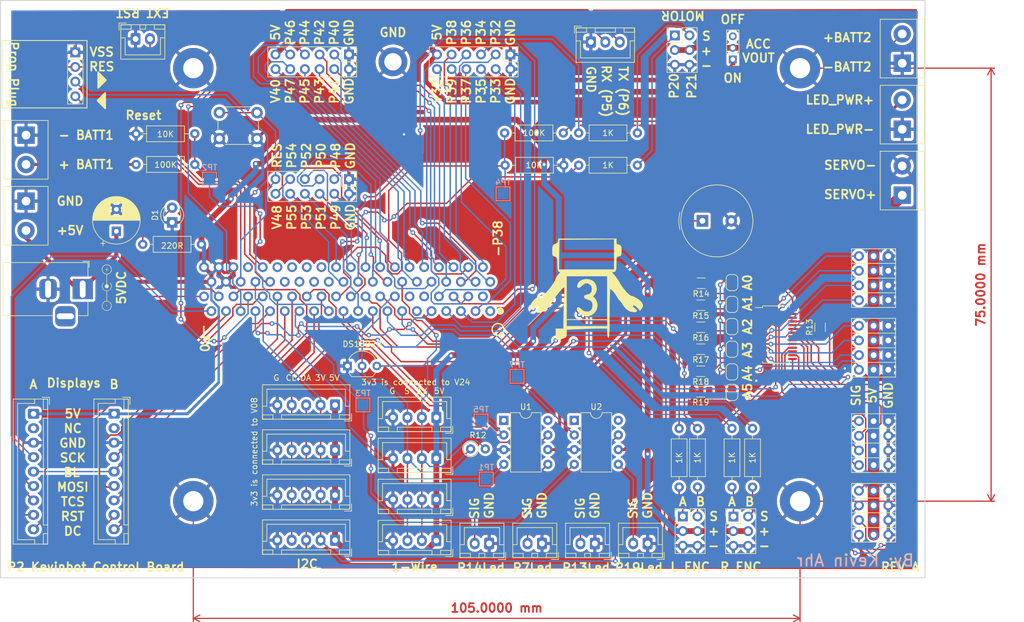
<source format=kicad_pcb>
(kicad_pcb (version 20221018) (generator pcbnew)
  (title_block (title "P2 Breakout for Kevinbot v3") (date "2022-07-09") (rev "A") (company "Kevin Ahr"))
  (layers (0 "F.Cu" signal) (31 "B.Cu" signal) (34 "B.Paste" user) (35 "F.Paste" user) (36 "B.SilkS" user "B.Silkscreen") (37 "F.SilkS" user "F.Silkscreen") (38 "B.Mask" user) (39 "F.Mask" user) (44 "Edge.Cuts" user))
  (net 0 "")
  (net 1 "P2_P12")
  (net 2 "P2_P11")
  (net 3 "P2_P10")
  (net 4 "P2_P9")
  (net 5 "P2_P8")
  (net 6 "P2_P4")
  (net 7 "P2_P3")
  (net 8 "P2_P2")
  (net 9 "P2_P1")
  (net 10 "P2_P0")
  (net 11 "+5V")
  (net 12 "P2_RESn")
  (net 13 "Net-(D1-A)")
  (net 14 "P2_P31")
  (net 16 "P2_P63_RXD")
  (net 17 "P2_P62_TXD")
  (net 18 "P2_P6")
  (net 19 "P2_P5")
  (net 20 "P2_P16")
  (net 21 "P2_P15")
  (net 22 "P2_P17")
  (net 23 "-BATT")
  (net 24 "+BATT")
  (net 25 "P2_V08")
  (net 26 "P2_P18")
  (net 28 "P2_P14")
  (net 29 "LED_PWR")
  (net 30 "CAM_LED")
  (net 31 "P2_P7")
  (net 32 "HEAD_LED")
  (net 33 "P2_P13")
  (net 34 "BODY_LED")
  (net 35 "P2_P19")
  (net 36 "BASE_LED")
  (net 39 "P2_P23")
  (net 40 "P2_P22")
  (net 41 "P2_P37")
  (net 42 "P2_P36")
  (net 45 "P2_P25")
  (net 46 "P2_P24")
  (net 47 "P2_P35")
  (net 48 "P2_P34")
  (net 49 "P2_P33")
  (net 50 "P2_P32")
  (net 51 "P2_V40")
  (net 52 "P2_V32")
  (net 53 "P2_P39")
  (net 54 "P2_P38")
  (net 56 "P2_P47")
  (net 57 "P2_P46")
  (net 58 "P2_P45")
  (net 59 "P2_P44")
  (net 60 "P2_P43")
  (net 61 "P2_P42")
  (net 62 "P2_P41")
  (net 63 "P2_P40")
  (net 64 "5v_Jump_Out")
  (net 66 "P2_P21")
  (net 67 "P2_P20")
  (net 70 "P2_P55")
  (net 71 "P2_P54")
  (net 72 "P2_P53")
  (net 73 "P2_P52")
  (net 74 "P2_P51")
  (net 75 "P2_P50")
  (net 76 "P2_P49")
  (net 77 "P2_P48")
  (net 78 "P2_V48")
  (net 79 "P2_P26")
  (net 80 "P2_V24")
  (net 81 "SVO_PWR")
  (net 82 "PCA_A0")
  (net 83 "PCA_A1")
  (net 84 "PCA_A2")
  (net 85 "SVO0")
  (net 86 "SVO1")
  (net 87 "PCA_A3")
  (net 88 "PCA_A4")
  (net 89 "PCA_A5")
  (net 91 "SVO2")
  (net 92 "SVO3")
  (net 93 "SVO4")
  (net 94 "SVO5")
  (net 95 "SVO6")
  (net 96 "SVO7")
  (net 97 "SVO8")
  (net 98 "SVO9")
  (net 99 "SVO10")
  (net 100 "SVO11")
  (net 101 "SVO12")
  (net 102 "SVO13")
  (net 103 "SVO14")
  (net 104 "SVO15")
  (net 111 "Net-(J10-Pin_2)")
  (net 112 "Net-(J10-Pin_1)")
  (net 113 "Net-(J12-Pin_2)")
  (net 114 "Net-(J12-Pin_1)")
  (net 115 "Net-(J13-Pin_2)")
  (net 117 "Net-(J22-Pin_2)")
  (net 118 "Net-(J22-Pin_1)")
  (net 119 "Net-(U4-~{OE})")
  (net 124 "P2_P27")
  (footprint "Resistor_THT:R_Axial_DIN0207_L6.3mm_D2.5mm_P10.16mm_Horizontal" (layer "F.Cu") (at 207.264 124.46 -90)
    (fp_text reference "R8" hide)
    (fp_text value "1K")
  )
  (footprint "Resistor_SMD:R_1206_3216Metric" (layer "F.Cu") (at 201.8685 110.744 180)
    (fp_text reference "R17")
    (fp_text value "10K" hide)
  )
  (footprint "Button_Switch_THT:SW_PUSH_6mm" (layer "F.Cu") (at 118.555 69.764)
    (fp_text reference "SW1" hide)
    (fp_text value "SW_Push" hide)
  )
  (footprint "Connector_JST:JST_XH_B2B-XH-A_1x02_P2.50mm_Vertical" (layer "F.Cu") (at 104.045 56.999)
    (fp_text reference "J29" hide)
    (fp_text value "Conn_01x02" hide)
  )
  (footprint "Resistor_THT:R_Axial_DIN0207_L6.3mm_D2.5mm_P10.16mm_Horizontal" (layer "F.Cu") (at 180.733 73.284)
    (fp_text reference "R11" hide)
    (fp_text value "1K")
  )
  (footprint "TerminalBlock:TerminalBlock_bornier-2_P5.08mm" (layer "F.Cu") (at 85.09 73.66 -90)
    (fp_text reference "J11" hide)
    (fp_text value "Screw_Terminal_01x02" hide)
  )
  (footprint "MountingHole:MountingHole_3.5mm_Pad_TopBottom" (layer "F.Cu") (at 114.039 137.06)
    (fp_text reference "H3" hide)
    (fp_text value "MountingHole_Pad" hide)
  )
  (footprint "Keystone:Keystone-1502-2" (layer "F.Cu") (at 148.59 60.96)
    (fp_text reference "TP6" hide)
    (fp_text value "TestPoint")
  )
  (footprint "Resistor_SMD:R_1206_3216Metric" (layer "F.Cu") (at 222.504 106.934 90)
    (fp_text reference "R13")
    (fp_text value "10K")
  )
  (footprint "TerminalBlock:TerminalBlock_bornier-2_P5.08mm" (layer "F.Cu") (at 236.728 84.074 90)
    (fp_text reference "J30" hide)
    (fp_text value "Screw_Terminal_01x02" hide)
  )
  (footprint "Jumper:SolderJumper-2_P1.3mm_Open_RoundedPad1.0x1.5mm" (layer "F.Cu") (at 207.264 99.202 -90)
    (fp_text reference "JP1" hide)
    (fp_text value "SolderJumper_2_Open" hide)
  )
  (footprint "TerminalBlock:TerminalBlock_bornier-2_P5.08mm" (layer "F.Cu") (at 236.728 72.644 90)
    (fp_text reference "J14" hide)
    (fp_text value "Screw_Terminal_01x02" hide)
  )
  (footprint "Connector_JST:JST_XH_B5B-XH-A_1x05_P2.50mm_Vertical" (layer "F.Cu") (at 138.569 120.41 180)
    (fp_text reference "J38" hide)
    (fp_text value "Conn_01x05")
  )
  (footprint "Resistor_SMD:R_1206_3216Metric" (layer "F.Cu") (at 201.8685 106.934 180)
    (fp_text reference "R16")
    (fp_text value "10K" hide)
  )
  (footprint "Buzzer_Beeper:Buzzer_TDK_PS1240P02BT_D12.2mm_H6.5mm" (layer "F.Cu") (at 202.149 88.512)
    (fp_text reference "BZ1" hide)
    (fp_text value "Buzzer")
  )
  (footprint "TerminalBlock:TerminalBlock_bornier-2_P5.08mm" (layer "F.Cu") (at 85.09 85.09 -90)
    (fp_text reference "J3" hide)
    (fp_text value "Screw_Terminal_01x02" hide)
  )
  (footprint "MoreHeaders:ServoHeader_04_P2.54_Vertical" (layer "F.Cu") (at 234.315 94.615 -90)
    (fp_text reference "J31" hide)
    (fp_text value "Conn_04x03_Servo" hide)
  )
  (footprint "Connector_PinHeader_2.54mm:PinHeader_2x03_P2.54mm_Vertical" (layer "F.Cu") (at 198.755 139.7)
    (fp_text reference "J10" hide)
    (fp_text value "Conn_02x03_Odd_Even" hide)
  )
  (footprint "Connector_PinHeader_2.54mm:PinHeader_2x06_P2.54mm_Vertical" (layer "F.Cu") (at 168.91 59.69 -90)
    (fp_text reference "J19" hide)
    (fp_text value "Conn_02x06_Odd_Even" hide)
  )
  (footprint "Resistor_SMD:R_1206_3216Metric" (layer "F.Cu") (at 201.8685 118.11 180)
    (fp_text reference "R19")
    (fp_text value "10K" hide)
  )
  (footprint "Connector_JST:JST_XH_B4B-XH-A_1x04_P2.50mm_Vertical" (layer "F.Cu") (at 156.095 143.884 180)
    (fp_text reference "J27" hide)
    (fp_text value "Conn_01x04" hide)
  )
  (footprint "Connector_JST:JST_XH_B2B-XH-A_1x02_P2.50mm_Vertical" (layer "F.Cu") (at 183.527 144.392 180)
    (fp_text reference "J17" hide)
    (fp_text value "Conn_01x02" hide)
  )
  (footprint "Connector_PinHeader_2.00mm:PinHeader_1x03_P2.00mm_Vertical" (layer "F.Cu") (at 207.403 60.54 180)
    (fp_text reference "J21" hide)
    (fp_text value "Conn_01x03" hide)
  )
  (footprint "Package_DIP:DIP-8_W7.62mm" (layer "F.Cu") (at 179.971 123.056)
    (fp_text reference "U2")
    (fp_text value "TC4427")
  )
  (footprint "Jumper:SolderJumper-2_P1.3mm_Open_RoundedPad1.0x1.5mm" (layer "F.Cu") (at 207.264 110.744 -90)
    (fp_text reference "JP4" hide)
    (fp_text value "SolderJumper_2_Open" hide)
  )
  (footprint "Connector_JST:JST_XH_B5B-XH-A_1x05_P2.50mm_Vertical" (layer "F.Cu") (at 138.569 128.21 180)
    (fp_text reference "J37" hide)
    (fp_text value "Conn_01x05")
  )
  (footprint "MoreHeaders:ServoHeader_04_P2.54_Vertical" (layer "F.Cu") (at 234.315 106.68 -90)
    (fp_text reference "J32" hide)
    (fp_text value "Conn_04x03_Servo" hide)
  )
  (footprint "MoreHeaders:ServoHeader_04_P2.54_Vertical" (layer "F.Cu") (at 234.315 135.255 -90)
    (fp_text reference "J34" hide)
    (fp_text value "Conn_04x03_Servo" hide)
  )
  (footprint "Connector_PinHeader_2.54mm:PinHeader_2x06_P2.54mm_Vertical" (layer "F.Cu") (at 140.97 81.28 -90)
    (fp_text reference "J23" hide)
    (fp_text value "Conn_02x06_Odd_Even" hide)
  )
  (footprint "Connector_JST:JST_XH_B5B-XH-A_1x05_P2.50mm_Vertical" (layer "F.Cu") (at 138.569 136.01 180)
    (fp_text reference "J36" hide)
    (fp_text value "Conn_01x05")
  )
  (footprint "Resistor_SMD:R_1206_3216Metric" (layer "F.Cu") (at 201.8685 103.124 180)
    (fp_text reference "R15")
    (fp_text value "10K" hide)
  )
  (footprint "Jumper:SolderJumper-2_P1.3mm_Open_RoundedPad1.0x1.5mm" (layer "F.Cu") (at 207.264 102.982 -90)
    (fp_text reference "JP2" hide)
    (fp_text value "SolderJumper_2_Open" hide)
  )
  (footprint "MoreSymbols:CaretLeft" (layer "F.Cu") (at 98.183 67.684)
    (fp_text reference "G***" hide)
    (fp_text value "LOGO" hide)
  )
  (footprint "Resistor_THT:R_Axial_DIN0207_L6.3mm_D2.5mm_P10.16mm_Horizontal" (layer "F.Cu") (at 210.82 124.46 -90)
    (fp_text reference "R9" hide)
    (fp_text value "1K")
  )
  (footprint "Resistor_THT:R_Axial_DIN0207_L6.3mm_D2.5mm_P10.16mm_Horizontal" (layer "F.Cu") (at 168 78.872)
    (fp_text reference "R4" hide)
    (fp_text value "10K")
  )
  (footprint "Connector_JST:JST_XH_B5B-XH-A_1x05_P2.50mm_Vertical" (layer "F.Cu") (at 138.569 143.81 180)
    (fp_text reference "J35" hide)
    (fp_text value "Conn_01x05")
  )
  (footprint "Connector_PinHeader_2.54mm:PinHeader_2x03_P2.54mm_Vertical" (layer "F.Cu") (at 197.37 56.381)
    (fp_text reference "J22" hide)
    (fp_text value "Conn_02x03_Odd_Even" hide)
  )
  (footprint "Package_DIP:DIP-8_W7.62mm" (layer "F.Cu") (at 167.779 123.056)
    (fp_text reference "U1")
    (fp_text value "TC4427")
  )
  (footprint "Resistor_THT:R_Axial_DIN0207_L6.3mm_D2.5mm_P10.16mm_Horizontal" (layer "F.Cu") (at 198.12 124.46 -90)
    (fp_text reference "R6" hide)
    (fp_text value "1K")
  )
  (footprint "Resistor_THT:R_Axial_DIN0207_L6.3mm_D2.5mm_P2.54mm_Vertical" (layer "F.Cu") (at 162.035 128.009)
    (fp_text reference "R12")
    (fp_text value "4K7")
  )
  (footprint "LED_THT:LED_D3.0mm" (layer "F.Cu") (at 110.375 88.771 90)
    (fp_text reference "D1")
    (fp_text value "LED")
  )
  (footprint "Connector_JST:JST_XH_B2B-XH-A_1x02_P2.50mm_Vertical" (layer "F.Cu") (at 192.671 144.392 180)
    (fp_text reference "J18" hide)
    (fp_text value "Conn_01x02" hide)
  )
  (footprint "MoreSymbols:CaretLeft" (layer "F.Cu") (at 98.183 64.128 180)
    (fp_text reference "G***" hide)
    (fp_text value "LOGO" hide)
  )
  (footprint "Resistor_THT:R_Axial_DIN0207_L6.3mm_D2.5mm_P10.16mm_Horizontal" (layer "F.Cu") (at 167.92 73.284)
    (fp_text reference "R3" hide)
    (fp_text value "100K")
  )
  (footprint "TerminalBlock:TerminalBlock_bornier-2_P5.08mm" (layer "F.Cu") (at 236.728 61.214 90)
    (fp_text reference "J13" hide)
    (fp_text value "Screw_Terminal_01x02" hide)
  )
  (footprint "Resistor_THT:R_Axial_DIN0207_L6.3mm_D2.5mm_P10.16mm_Horizontal" (layer "F.Cu") (at 201.295 124.46 -90)
    (fp_text reference "R7" hide)
    (fp_text value "1K")
  )
  (footprint "MoreSymbols:CenterPositive" (layer "F.Cu") (at 99.06 100.076 90)
    (fp_text reference "G***" hide)
    (fp_text value "LOGO" hide)
  )
  (footprint "Connector_JST:JST_XH_B4B-XH-A_1x04_P2.50mm_Vertical" (layer "F.Cu") (at 156.095 136.772 180)
    (fp_text reference "J26" hide)
    (fp_text value "Conn_01x04" hide)
  )
  (footprint "Resistor_SMD:R_1206_3216Metric" (layer "F.Cu") (at 201.93 99.314 180)
    (fp_text reference "R14")
    (fp_text value "10K" hide)
  )
  (footprint "Resistor_THT:R_Axial_DIN0207_L6.3mm_D2.5mm_P10.16mm_Horizontal" (layer "F.Cu") (at 114.3 73.42 180)
    (fp_text reference "R2" hide)
    (fp_text value "10K")
  )
  (footprint "Resistor_SMD:R_1206_3216Metric" (layer "F.Cu") (at 201.8685 114.554 180)
    (fp_text reference "R18")
    (fp_text value "10K" hide)
  )
  (footprint "Resistor_THT:R_Axial_DIN0207_L6.3mm_D2.5mm_P10.16mm_Horizontal" (layer "F.Cu") (at 190.893 78.872 180)
    (fp_text reference "R10" hide)
    (fp_text value "1K")
  )
  (footprint "MountingHole:MountingHole_3.5mm_Pad_TopBottom" (layer "F.Cu") (at 114.039 62.06)
    (fp_text reference "H1" hide)
    (fp_text value "MountingHole_Pad" hide)
  )
  (footprint "MoreHeaders:ServoHeader_04_P2.54_Vertical" (layer "F.Cu") (at 234.315 123.19 -90)
    (fp_text reference "J33" hide)
    (fp_text value "Conn_04x03_Servo" hide)
  )
  (footprint "Capacitor_THT:CP_Radial_D8.0mm_P3.80mm" (layer "F.Cu") (at 100.723 90.314651 90)
    (fp_text reference "C1" hide)
    (fp_text value "470uf" hide)
  )
  (footprint "Resistor_THT:R_Axial_DIN0207_L6.3mm_D2.5mm_P10.16mm_Horizontal" (layer "F.Cu") (at 114.3 78.74 180)
    (fp_text reference "R1" hide)
    (fp_text value "100K")
  )
  (footprint "MountingHole:MountingHole_3.5mm_Pad_TopBottom" (layer "F.Cu") (at 219.039 137.06)
    (fp_text reference "H4" hide)
    (fp_text value "MountingHole_Pad" hide)
  )
  (footprint "Parallax-P2:Card_Edge_TH_VERT_1.27mm_80p" (layer "F.Cu") (at 140.66 100.33)
    (fp_text reference "J2" hide)
    (fp_text value "P2_EDGE_MODULE_SOCKET")
  )
  (footprint "Resistor_THT:R_Axial_DIN0207_L6.3mm_D2.5mm_P10.16mm_Horizontal" (layer "F.Cu") (at 105.295 92.576)
    (fp_text reference "R5" hide)
    (fp_text value "220R")
  )
  (footprint "Connector_JST:JST_XH_B2B-XH-A_1x02_P2.50mm_Vertical" (layer "F.Cu") (at 165.239 144.392 180)
    (fp_text reference "J15" hide)
    (fp_text value "Conn_01x02" hide)
  )
  (footprint "Connector_JST:JST_XH_B4B-XH-A_1x04_P2.50mm_Vertical" (layer "F.Cu") (at 156.095 129.66 180)
    (fp_text reference "J25" hide)
    (fp_text value "Conn_01x04" hide)
  )
  (footprint "Jumper:SolderJumper-2_P1.3mm_Open_RoundedPad1.0x1.5mm" (layer "F.Cu") (at 207.264 118.222 -90)
    (fp_text reference "JP6" hide)
    (fp_text value "SolderJumper_2_Open" hide)
  )
  (footprint "MoreSymbols:Kevinbot3" (layer "F.Cu") (at 181.94 99.738319)
    (fp_text reference "G***" hide)
    (fp_text value "LOGO" hide)
  )
  (footprint "Package_TO_SOT_THT:TO-92_Inline_Wide" (layer "F.Cu") (at 140.716 113.644)
    (fp_text reference "U3" hide)
    (fp_text value "DS18B20")
  )
  (footprint "Connector_JST:JST_XH_B9B-XH-A_1x09_P2.50mm_Vertical" (layer "F.Cu") (at 100.33 121.92 -90)
    (fp_text reference "J5" hide)
    (fp_text value "Conn_01x09_Male" hide)
  )
  (footprint "Connector_BarrelJack:BarrelJack_Horizontal" (layer "F.Cu") (at 94.9 100.33)
    (fp_text reference "J1" hide)
    (fp_text value "Barrel_Jack_Switch" hide)
  )
  (footprint "Connector_JST:JST_XH_B9B-XH-A_1x09_P2.50mm_Vertical" (layer "F.Cu") (at 86.385 121.93 -90)
    (fp_text reference "J4" hide)
    (fp_text value "Conn_01x09_Male" hide)
  )
  (footprint "Connector_PinHeader_2.54mm:PinHeader_1x04_P2.54mm_Vertical" (layer "F.Cu") (at 93.611 59.312)
    (fp_text reference "J6" hide)
    (fp_text value "Conn_01x04_Male" hide)
  )
  (footprint "Package_SO:TSSOP-28_4.4x9.7mm_P0.65mm" (layer "F.Cu") (at 214.884 108.204)
    (fp_text reference "U4" hide)
    (fp_text value "PCA9685PW" hide)
  )
  (footprint "Jumper:SolderJumper-2_P1.3mm_Open_RoundedPad1.0x1.5mm" (layer "F.Cu") (at 207.264 106.822 -90)
    (fp_text reference "JP3" hide)
    (fp_text value "SolderJumper_2_Open" hide)
  )
  (footprint "Connector_JST:JST_XH_B2B-XH-A_1x02_P2.50mm_Vertical" (layer "F.Cu") (at 174.383 144.392 180)
    (fp_text reference "J16" hide)
    (fp_text value "Conn_01x02" hide)
  )
  (footprint "Jumper:SolderJumper-2_P1.3mm_Open_RoundedPad1.0x1.5mm" (layer "F.Cu") (at 207.264 114.666 -90)
    (fp_text reference "JP5" hide)
    (fp_text value "SolderJumper_2_Open" hide)
  )
  (footprint "Connector_PinHeader_2.54mm:PinHeader_2x06_P2.54mm_Vertical" (layer "F.Cu") (at 140.97 59.69 -90)
    (fp_text reference "J20" hide)
    (fp_text value "Conn_02x06_Odd_Even" hide)
  )
  (footprint "MountingHole:MountingHole_3.5mm_Pad_TopBottom" (layer "F.Cu") (at 219.039 62.06)
    (fp_text reference "H2" hide)
    (fp_text value "MountingHole_Pad" hide)
  )
  (footprint "Connector_PinHeader_2.54mm:PinHeader_2x03_P2.54mm_Vertical" (layer "F.Cu") (at 207.513 139.715)
    (fp_text reference "J12" hide)
    (fp_text value "Conn_02x03_Odd_Even" hide)
  )
  (footprint "Connector_JST:JST_XH_B3B-XH-A_1x03_P2.50mm_Vertical" (layer "F.Cu") (at 182.845 57.536)
    (fp_text reference "J7" hide)
    (fp_text value "Conn_01x03_Male" hide)
  )
  (footprint "Connector_JST:JST_XH_B4B-XH-A_1x04_P2.50mm_Vertical" (layer "F.Cu") (at 156.095 122.548 180)
    (fp_text reference "J24" hide)
    (fp_text value "Conn_01x04" hide)
  )
  (footprint "TestPoint:TestPoint_Pad_2.0x2.0mm" (layer "B.Cu") (at 143.395 120.389 180)
    (fp_text reference "TP3")
    (fp_text value "TestPoint")
  )
  (footprint "TestPoint:TestPoint_Pad_2.0x2.0mm" (layer "B.Cu") (at 116.84 81.28 180)
    (fp_text reference "TP2")
    (fp_text value "TestPoint")
  )
  (footprint "TestPoint:TestPoint_Pad_2.0x2.0mm" (layer "B.Cu") (at 167.64 83.82 180)
    (fp_text reference "TP4")
    (fp_text value "TestPoint")
  )
  (footprint "TestPoint:TestPoint_Pad_2.0x2.0mm" (layer "B.Cu") (at 170.065 115.436 180)
    (fp_text reference "TP7")
    (fp_text value "TestPoint")
  )
  (footprint "TestPoint:TestPoint_Pad_2.0x2.0mm" (layer "B.Cu") (at 164.731 133.216 180)
    (fp_text reference "TP1")
    (fp_text value "TestPoint")
  )
  (footprint "TestPoint:TestPoint_Pad_2.0x2.0mm" (layer "B.Cu") (at 163.83 123.19 180)
    (fp_text reference "TP5")
    (fp_text value "TestPoint")
  )
  (gr_circle (center 166.763 107.308) (end 167.779 107.308) (stroke (width 0.254)) (fill none) (layer "F.SilkS"))
  (gr_rect (start 80.911 57.27) (end 95.643 68.954) (stroke (width 0.15)) (fill none) (layer "F.SilkS"))
  (gr_rect locked (start 80.66 50.33) (end 240.66 150.33) (stroke (width 0.15)) (fill none) (layer "Edge.Cuts"))
  (gr_text "By: Kevin Ahr" (at 228.6 147.32) (layer "B.SilkS") (effects (font (size 2 2) (thickness 0.3)) (justify mirror)))
  (gr_text "L ENC" (at 200.025 148.456) (layer "F.SilkS") (effects (font (size 1.5 1.5) (thickness 0.3))))
  (gr_text "GND" (at 90.69 127) (layer "F.SilkS") (effects (font (size 1.5 1.5) (thickness 0.3)) (justify left)))
  (gr_text "P20" (at 197.243 65.144 90) (layer "F.SilkS") (effects (font (size 1.5 1.5) (thickness 0.3))))
  (gr_text "GND" (at 148.59 55.88) (layer "F.SilkS") (effects (font (size 1.5 1.5) (thickness 0.3))))
  (gr_text "S" (at 202.831 56.508) (layer "F.SilkS") (effects (font (size 1.5 1.5) (thickness 0.3))))
  (gr_text "G" (at 128.409 115.69) (layer "F.SilkS") (effects (font (size 1 1))))
  (gr_text "P48" (at 138.684 77.216 90) (layer "F.SilkS") (effects (font (size 1.5 1.5) (thickness 0.3))))
  (gr_text "RST" (at 90.94 139.7) (layer "F.SilkS") (effects (font (size 1.5 1.5) (thickness 0.3)) (justify left)))
  (gr_text "GND" (at 192.671 137.788 90) (layer "F.SilkS") (effects (font (size 1.5 1.5) (thickness 0.3))))
  (gr_text "NC" (at 91.44 124.46) (layer "F.SilkS") (effects (font (size 1.5 1.5) (thickness 0.3)) (justify left)))
  (gr_text "P44" (at 133.35 55.88 90) (layer "F.SilkS") (effects (font (size 1.5 1.5) (thickness 0.3))))
  (gr_text "3v3 is connected to V08" (at 124.599 128.517 90) (layer "F.SilkS") (effects (font (size 1 1))))
  (gr_text "TCS" (at 90.94 137.16) (layer "F.SilkS") (effects (font (size 1.5 1.5) (thickness 0.3)) (justify left)))
  (gr_text "P54" (at 131.064 77.216 90) (layer "F.SilkS") (effects (font (size 1.5 1.5) (thickness 0.3))))
  (gr_text "P35" (at 163.83 66.04 90) (layer "F.SilkS") (effects (font (size 1.5 1.5) (thickness 0.3))))
  (gr_text "P32" (at 166.37 55.88 90) (layer "F.SilkS") (effects (font (size 1.5 1.5) (thickness 0.3))))
  (gr_text "DA" (at 133.489 115.69) (layer "F.SilkS") (effects (font (size 1 1))))
  (gr_text "GND" (at 174.383 137.788 90) (layer "F.SilkS") (effects (font (size 1.5 1.5) (thickness 0.3))))
  (gr_text "A5" (at 209.943 117.976 90) (layer "F.SilkS") (effects (font (size 1.5 1.5) (thickness 0.3))))
  (gr_text "SCK" (at 90.761429 129.54) (layer "F.SilkS") (effects (font (size 1.5 1.5) (thickness 0.3)) (justify left)))
  (gr_text "5V" (at 91.618571 121.92) (layer "F.SilkS") (effects (font (size 1.5 1.5) (thickness 0.3)) (justify left)))
  (gr_text "B" (at 100.33 116.84) (layer "F.SilkS") (effects (font (size 1.5 1.5) (thickness 0.3))))
  (gr_text "3V" (at 153.555 117.976) (layer "F.SilkS") (effects (font (size 1 1))))
  (gr_text "P55" (at 131.064 87.884 90) (layer "F.SilkS") (effects (font (size 1.5 1.5) (thickness 0.3))))
  (gr_text "SIG" (at 171.843 138.296 90) (layer "F.SilkS") (effects (font (size 1.5 1.5) (thickness 0.3))))
  (gr_text "+" (at 202.831 59.048) (layer "F.SilkS") (effects (font (size 1.5 1.5) (thickness 0.3))))
  (gr_text "RES" (at 98.183 61.802) (layer "F.SilkS") (effects (font (size 1.5 1.5) (thickness 0.3))))
  (gr_text "TX (P6)" (at 188.433 66.052 -90) (layer "F.SilkS") (effects (font (size 1.5 1.5) (thickness 0.3))))
  (gr_text "A0" (at 209.943 99.18 90) (layer "F.SilkS") (effects (font (size 1.5 1.5) (thickness 0.3))))
  (gr_text "SIG" (at 190.131 138.296 90) (layer "F.SilkS") (effects (font (size 1.5 1.5) (thickness 0.3))))
  (gr_text "-" (at 202.831 61.588) (layer "F.SilkS") (effects (font (size 1.5 1.5) (thickness 0.3))))
  (gr_text "Reset" (at 105.41 70.224) (layer "F.SilkS") (effects (font (size 1.5 1.5) (thickness 0.3))))
  (gr_text "RES" (at 128.524 77.216 90) (layer "F.SilkS") (effects (font (size 1.5 1.5) (thickness 0.3))))
  (gr_text "P34" (at 163.83 55.88 90) (layer "F.SilkS") (effects (font (size 1.5 1.5) (thickness 0.3))))
  (gr_text "GND" (at 140.97 55.88 90) (layer "F.SilkS") (effects (font (size 1.5 1.5) (thickness 0.3))))
  (gr_text "Displays" (at 93.345 116.586) (layer "F.SilkS") (effects (font (size 1.5 1.5) (thickness 0.3))))
  (gr_text "Prop Plug" (at 82.943 63.112 270) (layer "F.SilkS") (effects (font (size 1.5 1.5) (thickness 0.3))))
  (gr_text "V40" (at 128.27 66.04 90) (layer "F.SilkS") (effects (font (size 1.5 1.5) (thickness 0.3))))
  (gr_text "P14Led" (at 163.81 148.59) (layer "F.SilkS") (effects (font (size 1.5 1.5) (thickness 0.3))))
  (gr_text "P46" (at 130.81 55.88 90) (layer "F.SilkS") (effects (font (size 1.5 1.5) (thickness 0.3))))
  (gr_text "R ENC" (at 208.788 148.456) (layer "F.SilkS") (effects (font (size 1.5 1.5) (thickness 0.3))))
  (gr_text "P51" (at 136.144 87.884 90) (layer "F.SilkS") (effects (font (size 1.5 1.5) (thickness 0.3))))
  (gr_text "SIG" (at 180.987 138.296 90) (layer "F.SilkS") (effects (font (size 1.5 1.5) (thickness 0.3))))
  (gr_text "P45" (at 133.35 66.04 90) (layer "F.SilkS") (effects (font (size 1.5 1.5) (thickness 0.3))))
  (gr_text "B" (at 201.803 137.145) (layer "F.SilkS") (effects (font (size 1.5 1.5) (thickness 0.3))))
  (gr_text "P33" (at 166.37 66.04 90) (layer "F.SilkS") (effects (font (size 1.5 1.5) (thickness 0.3))))
  (gr_text "5V" (at 231.521 118.745 90) (layer "F.SilkS") (effects (font (size 1.5 1.5) (thickness 0.3))))
  (gr_text "P41" (at 138.43 66.04 90) (layer "F.SilkS") (effects (font (size 1.5 1.5) (thickness 0.3))))
  (gr_text "P40" (at 138.43 55.88 90) (layer "F.SilkS") (effects (font (size 1.5 1.5) (thickness 0.3))))
  (gr_text "GND" (at 141.224 77.216 90) (layer "F.SilkS") (effects (font (size 1.5 1.5) (thickness 0.3))))
  (gr_text "V32" (at 156.21 66.04 90) (layer "F.SilkS") (effects (font (size 1.5 1.5) (thickness 0.3))))
  (gr_text "-" (at 204.094 144.78) (layer "F.SilkS") (effects (font (size 1.5 1.5) (thickness 0.3))))
  (gr_text "REV A" (at 236.359 148.456) (layer "F.SilkS") (effects (font (size 1.5 1.5) (thickness 0.3))))
  (gr_text "MOSI" (at 90.261429 134.62) (layer "F.SilkS") (effects (font (size 1.5 1.5) (thickness 0.3)) (justify left)))
  (gr_text "MOTOR" (at 198.767 52.952 180) (layer "F.SilkS") (effects (font (size 1.5 1.5) (thickness 0.3))))
  (gr_text "GND" (at 141.224 87.884 90) (layer "F.SilkS") (effects (font (size 1.5 1.5) (thickness 0.3))))
  (gr_text "GND" (at 168.91 55.88 90) (layer "F.SilkS") (effects (font (size 1.5 1.5) (thickness 0.3))))
  (gr_text "VSS" (at 98.183 59.262) (layer "F.SilkS") (effects (font (size 1.5 1.5) (thickness 0.3))))
  (gr_text "P21" (at 200.291 65.144 90) (layer "F.SilkS") (effects (font (size 1.5 1.5) (thickness 0.3))))
  (gr_text "5V" (at 138.442 115.69) (layer "F.SilkS") (effects (font (size 1 1))))
  (gr_text "5V" (at 156.21 55.88 90) (layer "F.SilkS") (effects (font (size 1.5 1.5) (thickness 0.3))))
  (gr_text "LED_PWR-" (at 225.933 72.644) (layer "F.SilkS") (effects (font (size 1.5 1.5) (thickness 0.3))))
  (gr_text "GND" (at 92.71 85.09) (layer "F.SilkS") (effects (font (size 1.5 1.5) (thickness 0.3))))
  (gr_text "OFF" (at 207.403 53.619) (layer "F.SilkS") (effects (font (size 1.5 1.5) (thickness 0.3))))
  (gr_text "P47" (at 130.81 66.04 90) (layer "F.SilkS") (effects (font (size 1.5 1.5) (thickness 0.3))))
  (gr_text "A1" (at 209.943 102.736 90) (layer "F.SilkS") (effects (font (size 1.5 1.5) (thickness 0.3))))
  (gr_text "RX (P5)" (at 185.524 66.052 -90) (layer "F.SilkS") (effects (font (size 1.5 1.5) (thickness 0.3))))
  (gr_text "P50" (at 136.144 77.216 90) (layer "F.SilkS") (effects (font (size 1.5 1.5) (thickness 0.3))))
  (gr_text "SERVO+" (at 227.723 83.94) (layer "F.SilkS") (effects (font (size 1.5 1.5) (thickness 0.3))))
  (gr_text "ACC\nVOUT" (at 211.848 59.08) (layer "F.SilkS") (effects (font (size 1.5 1.5) (thickness 0.3))))
  (gr_text "3V" (at 136.029 115.69) (layer "F.SilkS") (effects (font (size 1 1))))
  (gr_text "+BATT2" (at 227.203 56.769) (layer "F.SilkS") (effects (font (size 1.5 1.5) (thickness 0.3))))
  (gr_text "DC" (at 91.475714 142.24) (layer "F.SilkS") (effects (font (size 1.5 1.5) (thickness 0.3)) (justify left)))
  (gr_text "P43" (at 135.89 66.04 90) (layer "F.SilkS") (effects (font (size 1.5 1.5) (thickness 0.3))))
  (gr_text "GND" (at 165.239 137.788 90) (layer "F.SilkS") (effects (font (size 1.5 1.5) (thickness 0.3))))
  (gr_text "GND" (at 183.527 137.788 90) (layer "F.SilkS") (effects (font (size 1.5 1.5) (thickness 0.3))))
  (gr_text "SERVO-" (at 227.723 78.86) (layer "F.SilkS") (effects (font (size 1.5 1.5) (thickness 0.3))))
  (gr_text "3v3 is connected to V24" (at 152.539 116.452) (layer "F.SilkS") (effects (font (size 1 1))))
  (gr_text "P42" (at 135.89 55.88 90) (layer "F.SilkS") (effects (font (size 1.5 1.5) (thickness 0.3))))
  (gr_text "GND" (at 234.315 118.745 90) (layer "F.SilkS") (effects (font (size 1.5 1.5) (thickness 0.3))))
  (gr_text "5VDC" (at 101.6 100.076 90) (layer "F.SilkS") (effects (font (size 1.5 1.5) (thickness 0.3))))
  (gr_text "+5V" (at 92.71 90.17) (layer "F.SilkS") (effects (font (size 1.5 1.5) (thickness 0.3))))
  (gr_text "ON" (at 207.403 63.779) (layer "F.SilkS") (effects (font (size 1.5 1.5) (thickness 0.3))))
  (gr_text "CL" (at 130.949 115.69) (layer "F.SilkS") (effects (font (size 1 1))))
  (gr_text "P39" (at 158.75 66.04 90) (layer "F.SilkS") (effects (font (size 1.5 1.5) (thickness 0.3))))
  (gr_text "P38" (at 158.75 55.88 90) (layer "F.SilkS") (effects (font (size 1.5 1.5) (thickness 0.3))))
  (gr_text "LED_PWR+" (at 225.933 67.564) (layer "F.SilkS") (effects (font (size 1.5 1.5) (thickness 0.3))))
  (gr_text "1-Wire" (at 152.345 148.456) (layer "F.SilkS") (effects (font (size 1.5 1.5) (thickness 0.3))))
  (gr_text "P2 Kevinbot Control Board" (at 97.167 148.456) (layer "F.SilkS") (effects (font (size 1.5 1.5) (thickness 0.3))))
  (gr_text "5V" (at 156.603 117.976) (layer "F.SilkS") (effects (font (size 1 1))))
  (gr_text "P13Led" (at 182.003 148.59) (layer "F.SilkS") (effects (font (size 1.5 1.5) (thickness 0.3))))
  (gr_text "I2C" (at 133.743 147.948) (layer "F.SilkS") (effects (font (size 1.5 1.5) (thickness 0.3))))
  (gr_text "- BATT1" (at 95.504 73.66) (layer "F.SilkS") (effects (font (size 1.5 1.5) (thickness 0.3))))
  (gr_text "V48" (at 128.524 87.884 90) (layer "F.SilkS") (effects (font (size 1.5 1.5) (thickness 0.3))))
  (gr_text "A4" (at 209.943 114.928 90) (layer "F.SilkS") (effects (font (size 1.5 1.5) (thickness 0.3))))
  (gr_text "GND" (at 168.91 66.04 90) (layer "F.SilkS") (effects (font (size 1.5 1.5) (thickness 0.3))))
  (gr_text "BL" (at 91.44 132.08) (layer "F.SilkS") (effects (font (size 1.5 1.5) (thickness 0.3)) (justify left)))
  (gr_text "+" (at 204.094 142.24) (layer "F.SilkS") (effects (font (size 1.5 1.5) (thickness 0.3))))
  (gr_text "S" (at 212.852 139.7) (layer "F.SilkS") (effects (font (size 1.5 1.5) (thickness 0.3))))
  (gr_text "S" (at 151.015 117.976) (layer "F.SilkS") (effects (font (size 1 1))))
  (gr_text "A" (at 198.755 137.145) (layer "F.SilkS") (effects (font (size 1.5 1.5) (thickness 0.3))))
  (gr_text "GND" (at 182.845 64.02 -90) (layer "F.SilkS") (effects (font (size 1.5 1.5) (thickness 0.3))))
  (gr_text "A2" (at 209.943 106.8 90) (layer "F.SilkS") (effects (font (size 1.5 1.5) (thickness 0.3))))
  (gr_text "P7Led" (at 172.74 148.59) (layer "F.SilkS") (effects (font (size 1.5 1.5) (thickness 0.3))))
  (gr_text "P37" (at 161.29 66.04 90) (layer "F.SilkS") (effects (font (size 1.5 1.5) (thickness 0.3))))
  (gr_text "G" (at 148.475 117.976) (layer "F.SilkS") (effects (font (size 1 1))))
  (gr_text "+ BATT1" (at 95.504 78.74) (layer "F.SilkS") (effects (font (size 1.5 1.5) (thickness 0.3))))
  (gr_text "B" (at 210.312 137.16) (layer "F.SilkS") (effects (font (size 1.5 1.5) (thickness 0.3))))
  (gr_text "A" (at 86.36 116.84) (layer "F.SilkS") (effects (font (size 1.5 1.5) (thickness 0.3))))
  (gr_text "A3" (at 209.943 110.864 90) (layer "F.SilkS") (effects (font (size 1.5 1.5) (thickness 0.3))))
  (gr_text "SIG" (at 228.727 118.745 90) (layer "F.SilkS") (effects (font (size 1.5 1.5) (thickness 0.3))))
  (gr_text "+" (at 212.852 142.24) (layer "F.SilkS") (effects (font (size 1.5 1.5) (thickness 0.3))))
  (gr_text "P49" (at 138.684 87.884 90) (layer "F.SilkS") (effects (font (size 1.5 1.5) (thickness 0.3))))
  (gr_text "-BATT2" (at 227.203 61.849) (layer "F.SilkS") (effects (font (size 1.5 1.5) (thickness 0.3))))
  (gr_text "S" (at 204.094 139.7) (layer "F.SilkS") (effects (font (size 1.5 1.5) (thickness 0.3))))
  (gr_text "-P0" (at 115.963 108.832 270) (layer "F.SilkS") (effects (font (size 1.5 1.5) (thickness 0.3))))
  (gr_text "-P38" (at 166.763 91.56 90) (layer "F.SilkS") (effects (font (size 1.5 1.5) (thickness 0.3))))
  (gr_text "P19Led" (at 191.147 148.573) (layer "F.SilkS") (effects (font (size 1.5 1.5) (thickness 0.3))))
  (gr_text "EXT RST" (at 105.295 52.444 180) (layer "F.SilkS") (effects (font (size 1.5 1.5) (thickness 0.3))))
  (gr_text "5V" (at 128.27 55.88 90) (layer "F.SilkS") (effects (font (size 1.5 1.5) (thickness 0.3))))
  (gr_text "GND" (at 140.97 66.04 90) (layer "F.SilkS") (effects (font (size 1.5 1.5) (thickness 0.3))))
  (gr_text "SIG" (at 162.699 138.296 90) (layer "F.SilkS") (effects (font (size 1.5 1.5) (thickness 0.3))))
  (gr_text "P36" (at 161.29 55.88 90) (layer "F.SilkS") (effects (font (size 1.5 1.5) (thickness 0.3))))
  (gr_text "A" (at 207.264 137.16) (layer "F.SilkS") (effects (font (size 1.5 1.5) (thickness 0.3))))
  (gr_text "P52" (at 133.604 77.216 90) (layer "F.SilkS") (effects (font (size 1.5 1.5) (thickness 0.3))))
  (gr_text "P53" (at 133.604 87.884 90) (layer "F.SilkS") (effects (font (size 1.5 1.5) (thickness 0.3))))
  (gr_text "-" (at 212.852 144.78) (layer "F.SilkS") (effects (font (size 1.5 1.5) (thickness 0.3))))
  (dimension (type aligned) (layer "F.Cu") (pts (xy 219.039 137.06) (xy 219.039 62.06)) (height 33.068) (gr_text "75.0000 mm" (at 250.307 99.56 90) (layer "F.Cu") (effects (font (size 1.5 1.5) (thickness 0.3)))) (format (prefix "") (suffix "") (units 3) (units_format 1) (precision 4)) (style (thickness 0.2) (arrow_length 1.27) (text_position_mode 0) (extension_height 0.58642) (extension_offset 0.5) keep_text_aligned))
  (dimension (type aligned) (layer "F.Cu") (pts (xy 219.039 137.06) (xy 114.039 137.06)) (height -20.298) (gr_text "105.0000 mm" (at 166.539 155.558) (layer "F.Cu") (effects (font (size 1.5 1.5) (thickness 0.3)))) (format (prefix "") (suffix "") (units 3) (units_format 1) (precision 4)) (style (thickness 0.2) (arrow_length 1.27) (text_position_mode 0) (extension_height 0.58642) (extension_offset 0.5) keep_text_aligned))
  (segment (start 99.482511 143.424511) (end 100.923489 143.424511) (width 0.25) (layer "F.Cu") (net 1))
  (segment (start 102.362 141.986) (end 102.362 137.939) (width 0.25) (layer "F.Cu") (net 1))
  (segment (start 100.923489 143.424511) (end 102.362 141.986) (width 0.25) (layer "F.Cu") (net 1))
  (segment (start 131.135 109.166) (end 131.135 101.6) (width 0.25) (layer "F.Cu") (net 1))
  (segment (start 102.362 137.939) (end 131.135 109.166) (width 0.25) (layer "F.Cu") (net 1))
  (segment (start 100.355 139.71) (end 98.806 141.259) (width 0.25) (layer "F.Cu") (net 1))
  (segment (start 98.806 141.259) (end 98.806 142.748) (width 0.25) (layer "F.Cu") (net 1))
  (segment (start 98.806 142.748) (end 99.482511 143.424511) (width 0.25) (layer "F.Cu") (net 1))
  (segment (start 100.355 142.25) (end 101.739 140.866) (width 0.25) (layer "F.Cu") (net 2))
  (segment (start 101.739 140.866) (end 101.739 137.292) (width 0.25) (layer "F.Cu") (net 2))
  (segment (start 129.865 109.166) (end 129.865 104.14) (width 0.25) (layer "F.Cu") (net 2))
  (segment (start 101.739 137.292) (end 129.865 109.166) (width 0.25) (layer "F.Cu") (net 2))
  (segment (start 128.595 108.912) (end 128.595 101.6) (width 0.25) (layer "F.Cu") (net 3))
  (segment (start 100.355 137.152) (end 128.595 108.912) (width 0.25) (layer "F.Cu") (net 3))
  (segment (start 123.613 106.292) (end 125.173 106.292) (width 0.25) (layer "F.Cu") (net 4))
  (segment (start 125.173 106.292) (end 127.325 104.14) (width 0.25) (layer "F.Cu") (net 4))
  (segment (start 100.355 129.55) (end 123.613 106.292) (width 0.25) (layer "F.Cu") (net 4))
  (segment (start 120.88 104.931) (end 120.88 103.625495) (width 0.25) (layer "F.Cu") (net 5))
  (segment (start 101.63 124.906701) (end 101.63 124.181) (width 0.25) (layer "F.Cu") (net 5))
  (segment (start 100.355 134.63) (end 99.07 134.63) (width 0.25) (layer "F.Cu") (net 5))
  (segment (start 97.79 133.35) (end 97.79 127.523018) (width 0.25) (layer "F.Cu") (net 5))
  (segment (start 100.941842 125.594859) (end 101.63 124.906701) (width 0.25) (layer "F.Cu") (net 5))
  (segment (start 121.540006 102.965489) (end 124.298501 102.965489) (width 0.25) (layer "F.Cu") (net 5))
  (segment (start 124.298501 102.965489) (end 125.66399 101.6) (width 0.25) (layer "F.Cu") (net 5))
  (segment (start 99.718159 125.594859) (end 100.941842 125.594859) (width 0.25) (layer "F.Cu") (net 5))
  (segment (start 97.79 127.523018) (end 99.718159 125.594859) (width 0.25) (layer "F.Cu") (net 5))
  (segment (start 101.63 124.181) (end 120.88 104.931) (width 0.25) (layer "F.Cu") (net 5))
  (segment (start 99.07 134.63) (end 97.79 133.35) (width 0.25) (layer "F.Cu") (net 5))
  (segment (start 120.88 103.625495) (end 121.540006 102.965489) (width 0.25) (layer "F.Cu") (net 5))
  (segment (start 125.66399 101.6) (end 126.055 101.6) (width 0.25) (layer "F.Cu") (net 5))
  (segment (start 83.959 140.328) (end 84.857 139.43) (width 0.25) (layer "F.Cu") (net 6))
  (segment (start 100.072396 144.912) (end 86.003 144.912) (width 0.25) (layer "F.Cu") (net 6))
  (segment (start 122.149511 100.425489) (end 131.621499 100.425489) (width 0.25) (layer "F.Cu") (net 6))
  (segment (start 132.500489 101.304479) (end 132.500489 102.086499) (width 0.25) (layer "F.Cu") (net 6))
  (segment (start 84.857 139.43) (end 86.385 139.43) (width 0.25) (layer "F.Cu") (net 6))
  (segment (start 133.67054 103.25655) (end 133.67054 107.90046) (width 0.25) (layer "F.Cu") (net 6))
  (segment (start 103.009 138.562) (end 103.009 141.975396) (width 0.25) (layer "F.Cu") (net 6))
  (segment (start 120.975 101.6) (end 122.149511 100.425489) (width 0.25) (layer "F.Cu") (net 6))
  (segment (start 83.959 142.868) (end 83.959 140.328) (width 0.25) (layer "F.Cu") (net 6))
  (segment (start 103.009 141.975396) (end 100.072396 144.912) (width 0.25) (layer "F.Cu") (net 6))
  (segment (start 132.500489 102.086499) (end 133.67054 103.25655) (width 0.25) (layer "F.Cu") (net 6))
  (segment (start 131.621499 100.425489) (end 132.500489 101.304479) (width 0.25) (layer "F.Cu") (net 6))
  (segment (start 86.003 144.912) (end 83.959 142.868) (width 0.25) (layer "F.Cu") (net 6))
  (segment (start 133.67054 107.90046) (end 103.009 138.562) (width 0.25) (layer "F.Cu") (net 6))
  (segment (start 88.392 131.589) (end 99.707 120.274) (width 0.25) (layer "F.Cu") (net 7))
  (segment (start 119.705 104.869) (end 119.705 104.14) (width 0.25) (layer "F.Cu") (net 7))
  (segment (start 86.385 141.93) (end 88.392 139.923) (width 0.25) (layer "F.Cu") (net 7))
  (segment (start 104.3 120.274) (end 119.705 104.869) (width 0.25) (layer "F.Cu") (net 7))
  (segment (start 99.707 120.274) (end 104.3 120.274) (width 0.25) (layer "F.Cu") (net 7))
  (segment (start 88.392 139.923) (end 88.392 131.589) (width 0.25) (layer "F.Cu") (net 7))
  (segment (start 118.435 101.6) (end 117.165 100.33) (width 0.25) (layer "F.Cu") (net 8))
  (segment (start 117.165 100.33) (end 102.87 100.33) (width 0.25) (layer "F.Cu") (net 8))
  (segment (start 83.82 119.38) (end 83.82 134.365) (width 0.25) (layer "F.Cu") (net 8))
  (segment (start 83.82 134.365) (end 86.385 136.93) (width 0.25) (layer "F.Cu") (net 8))
  (segment (start 102.87 100.33) (end 83.82 119.38) (width 0.25) (layer "F.Cu") (net 8))
  (segment (start 117.165 104.14) (end 110.49 104.14) (width 0.25) (layer "B.Cu") (net 9))
  (segment (start 89.535 94.615) (end 82.55 101.6) (width 0.25) (layer "B.Cu") (net 9))
  (segment (start 110.49 104.14) (end 100.965 94.615) (width 0.25) (layer "B.Cu") (net 9))
  (segment (start 100.965 94.615) (end 89.535 94.615) (width 0.25) (layer "B.Cu") (net 9))
  (segment (start 82.55 125.715) (end 86.385 129.55) (width 0.25) (layer "B.Cu") (net 9))
  (segment (start 82.55 101.6) (end 82.55 125.715) (width 0.25) (layer "B.Cu") (net 9))
  (segment (start 115.895 101.6) (end 104.365978 101.6) (width 0.25) (layer "F.Cu") (net 10))
  (segment (start 85.916 134.43) (end 86.385 134.43) (width 0.25) (layer "F.Cu") (net 10))
  (segment (start 84.582 133.096) (end 85.916 134.43) (width 0.25) (layer "F.Cu") (net 10))
  (segment (start 84.582 121.383978) (end 84.582 133.096) (width 0.25) (layer "F.Cu") (net 10))
  (segment (start 104.365978 101.6) (end 84.582 121.383978) (width 0.25) (layer "F.Cu") (net 10))
  (segment (start 156.095 143.884) (end 153.174 146.805) (width 1) (layer "F.Cu") (net 11))
  (segment (start 172.859 109.34) (end 170.439 111.76) (width 1) (layer "F.Cu") (net 11))
  (segment (start 207.403 58.54) (end 200.291 58.54) (width 1) (layer "F.Cu") (net 11))
  (segment (start 210.451 62.858) (end 210.451 59.556) (width 1) (layer "F.Cu") (net 11))
  (segment (start 117.165 99.06) (end 101.25 99.06) (width 0.7) (layer "F.Cu") (net 11))
  (segment (start 117.165 97.79) (end 117.165 99.06) (width 0.7) (layer "F.Cu") (net 11))
  (segment (start 124.853 78.618) (end 125.852 78.618) (width 1) (layer "F.Cu") (net 11))
  (segment (start 170.439 111.76) (end 158.755 111.76) (width 1) (layer "F.Cu") (net 11))
  (segment (start 156.095 129.66) (end 156.095 143.884) (width 1) (layer "F.Cu") (net 11))
  (segment (start 201.295 142.24) (end 210.038 142.24) (width 1) (layer "F.Cu") (net 11))
  (segment (start 93.98 100.33) (end 85.09 91.44) (width 0.7) (layer "F.Cu") (net 11))
  (segment (start 192.671 128.905) (end 192.671 100.704) (width 1) (layer "F.Cu") (net 11))
  (segment (start 201.295 142.24) (end 198.755 142.24) (width 1) (layer "F.Cu") (net 11))
  (segment (start 141.564 146.805) (end 138.569 143.81) (width 1) (layer "F.Cu") (net 11))
  (segment (start 115.455 89.794) (end 115.455 92.576) (width 1) (layer "F.Cu") (net 11))
  (segment (start 125.852 78.618) (end 133.484 70.986) (width 1) (layer "F.Cu") (net 11))
  (segment (start 209.435 58.54) (end 207.403 58.54) (width 1) (layer "F.Cu") (net 11))
  (segment (start 94.9 100.33) (end 98.71 96.52) (width 0.7) (layer "F.Cu") (net 11))
  (segment (start 98.71 96.52) (end 100.723 94.507) (width 0.7) (layer "F.Cu") (net 11))
  (segment (start 158.755 111.76) (end 158.635 111.88) (width 1) (layer "F.Cu") (net 11))
  (segment (start 199.91 58.921) (end 197.37 58.921) (width 1) (layer "F.Cu") (net 11))
  (segment (start 115.895 96.52) (end 117.165 97.79) (width 0.7) (layer "F.Cu") (net 11))
  (segment (start 172.598 73.025) (end 179.463 66.16) (width 1) (layer "F.Cu") (net 11))
  (segment (start 85.09 91.44) (end 85.09 90.17) (width 0.7) (layer "F.Cu") (net 11))
  (segment (start 98.71 96.52) (end 99.846 97.656) (width 0.7) (layer "F.Cu") (net 11))
  (segment (start 207.149 66.16) (end 210.451 62.858) (width 1) (layer "F.Cu") (net 11))
  (segment (start 120.535 84.714) (end 115.455 89.794) (width 1) (layer "F.Cu") (net 11))
  (segment (start 210.038 142.24) (end 210.053 142.255) (width 1) (layer "F.Cu") (net 11))
  (segment (start 172.085 73.025) (end 172.598 73.025) (width 1) (layer "F.Cu") (net 11))
  (segment (start 138.569 120.41) (end 138.569 143.81) (width 1) (layer "F.Cu") (net 11))
  (segment (start 179.463 66.16) (end 207.149 66.16) (width 1) (layer "F.Cu") (net 11))
  (segment (start 101.25 99.06) (end 99.846 97.656) (width 0.7) (layer "F.Cu") (net 11))
  (segment (start 133.484 70.986) (end 170.046 70.986) (width 1) (layer "F.Cu") (net 11))
  (segment (start 200.291 58.54) (end 199.91 58.921) (width 1) (layer "F.Cu") (net 11))
  (segment (start 170.046 70.986) (end 174.752 75.692) (width 1) (layer "F.Cu") (net 11))
  (segment (start 94.9 100.33) (end 93.98 100.33) (width 0.7) (layer "F.Cu") (net 11))
  (segment (start 153.174 146.805) (end 141.564 146.805) (width 1) (layer "F.Cu") (net 11))
  (segment (start 100.723 94.507) (end 100.723 90.314651) (width 0.7) (layer "F.Cu") (net 11))
  (segment (start 210.451 59.556) (end 209.435 58.54) (width 1) (layer "F.Cu") (net 11))
  (segment (start 174.752 75.692) (end 174.752 78.74) (width 1) (layer "F.Cu") (net 11))
  (via (at 124.853 78.618) (size 1) (drill 0.5) (layers "F.Cu" "B.Cu") (net 11))
  (via (at 192.671 128.905) (size 1) (drill 0.5) (layers "F.Cu" "B.Cu") (net 11))
  (via (at 172.859 109.34) (size 1) (drill 0.5) (layers "F.Cu" "B.Cu") (net 11))
  (via (at 174.752 78.74) (size 1) (drill 0.5) (layers "F.Cu" "B.Cu") (net 11))
  (via (at 120.535 84.714) (size 1) (drill 0.5) (layers "F.Cu" "B.Cu") (net 11))
  (via (at 158.635 111.88) (size 1) (drill 0.5) (layers "F.Cu" "B.Cu") (net 11))
  (via (at 192.671 100.704) (size 1) (drill 0.5) (layers "F.Cu" "B.Cu") (net 11))
  (segment (start 106.67 121.93) (end 113.02 121.93) (width 0.5) (layer "B.Cu") (net 11))
  (segment (start 118.435646 116.514354) (end 118.435646 103.495996) (width 0.4) (layer "B.Cu") (net 11))
  (segment (start 192.671 128.905) (end 192.671 137.421) (width 1) (layer "B.Cu") (net 11))
  (segment (start 158.635 111.88) (end 156.095 114.42) (width 1) (layer "B.Cu") (net 11))
  (segment (start 115.895 93.016) (end 115.455 92.576) (width 0.7) (layer "B.Cu") (net 11))
  (segment (start 120.535 84.206) (end 120.535 84.714) (width 1) (layer "B.Cu") (net 11))
  (segment (start 192.671 98.935) (end 188.224 94.488) (width 1) (layer "B.Cu") (net 11))
  (segment (start 115.895 96.52) (end 115.895 93.016) (width 0.7) (layer "B.Cu") (net 11))
  (segment (start 172.859 109.34) (end 172.859 107.049) (width 1) (layer "B.Cu") (net 11))
  (segment (start 118.435646 103.495996) (end 117.165 102.22535) (width 0.4) (layer "B.Cu") (net 11))
  (segment (start 174.752 82.042) (end 177.292 84.582) (width 1) (layer "B.Cu") (net 11))
  (segment (start 117.165 102.22535) (end 117.165 99.06) (width 0.4) (layer "B.Cu") (net 11))
  (segment (start 124.853 78.618) (end 124.853 79.888) (width 1) (layer "B.Cu") (net 11))
  (segment (start 192.671 137.421) (end 197.49 142.24) (width 1) (layer "B.Cu") (net 11))
  (segment (start 188.224 94.488) (end 177.292 94.488) (width 1) (layer "B.Cu") (net 11))
  (segment (start 118.364 116.586) (end 118.435646 116.514354) (width 0.4) (layer "B.Cu") (net 11))
  (segment (start 177.292 84.582) (end 177.292 94.488) (width 1) (layer "B.Cu") (net 11))
  (segment (start 192.671 100.704) (end 192.671 98.935) (width 1) (layer "B.Cu") (net 11))
  (segment (start 156.095 114.42) (end 156.095 122.548) (width 1) (layer "B.Cu") (net 11))
  (segment (start 156.095 122.548) (end 156.095 129.66) (width 1) (layer "B.Cu") (net 11))
  (segment (start 100.355 121.93) (end 106.67 121.93) (width 0.5) (layer "B.Cu") (net 11))
  (segment (start 113.02 121.93) (end 118.364 116.586) (width 0.5) (layer "B.Cu") (net 11))
  (segment (start 86.385 121.93) (end 100.355 121.93) (width 0.5) (layer "B.Cu") (net 11))
  (segment (start 124.853 79.888) (end 120.535 84.206) (width 1) (layer "B.Cu") (net 11))
  (segment (start 197.49 142.24) (end 198.755 142.24) (width 1) (layer "B.Cu") (net 11))
  (segment (start 174.752 78.74) (end 174.752 82.042) (width 1) (layer "B.Cu") (net 11))
  (segment (start 172.859 107.049) (end 177.292 102.616) (width 1) (layer "B.Cu") (net 11))
  (segment (start 177.292 102.616) (end 177.292 94.488) (width 1) (layer "B.Cu") (net 11))
  (segment (start 122.245 99.06) (end 122.245 82.868) (width 0.25) (layer "F.Cu") (net 12))
  (segment (start 91.071 69.208) (end 91.071 63.112) (width 0.25) (layer "F.Cu") (net 12))
  (segment (start 92.983 71.12) (end 91.071 69.208) (width 0.25) (layer "F.Cu") (net 12))
  (segment (start 103.265 61.852) (end 93.611 61.852) (width 0.25) (layer "F.Cu") (net 12))
  (segment (start 114.939 82.166) (end 103.893 71.12) (width 0.25) (layer "F.Cu") (net 12))
  (segment (start 122.245 82.868) (end 121.543 82.166) (width 0.25) (layer "F.Cu") (net 12))
  (segment (start 106.545 56.999) (end 106.545 58.572) (width 0.25) (layer "F.Cu") (net 12))
  (segment (start 106.545 58.572) (end 103.265 61.852) (width 0.25) (layer "F.Cu") (net 12))
  (segment (start 103.893 71.12) (end 92.983 71.12) (width 0.25) (layer "F.Cu") (net 12))
  (segment (start 121.543 82.166) (end 114.939 82.166) (width 0.25) (layer "F.Cu") (net 12))
  (segment (start 91.071 63.112) (end 92.331 61.852) (width 0.25) (layer "F.Cu") (net 12))
  (segment (start 118.555 69.764) (end 125.055 69.764) (width 0.25) (layer "F.Cu") (net 12))
  (segment (start 92.331 61.852) (end 93.611 61.852) (width 0.25) (layer "F.Cu") (net 12))
  (segment (start 128.27 81.580805) (end 128.27 81.28) (width 0.25) (layer "B.Cu") (net 12))
  (segment (start 126.631 83.219805) (end 128.27 81.580805) (width 0.25) (layer "B.Cu") (net 12))
  (segment (start 122.245 91.894) (end 126.631 87.508) (width 0.25) (layer "B.Cu") (net 12))
  (segment (start 128.27 81.28) (end 128.27 72.979) (width 0.25) (layer "B.Cu") (net 12))
  (segment (start 126.631 87.508) (end 126.631 83.219805) (width 0.25) (layer "B.Cu") (net 12))
  (segment (start 128.27 72.979) (end 125.055 69.764) (width 0.25) (layer "B.Cu") (net 12))
  (segment (start 122.245 99.06) (end 122.245 91.894) (width 0.25) (layer "B.Cu") (net 12))
  (segment (start 105.295 92.576) (end 105.295 91.311) (width 0.25) (layer "F.Cu") (net 13))
  (segment (start 105.295 91.311) (end 110.375 86.231) (width 0.25) (layer "F.Cu") (net 13))
  (segment (start 132.214701 108.328299) (end 132.214701 106.804299) (width 0.25) (layer "F.Cu") (net 14))
  (segment (start 143.880481 108.292883) (end 142.383299 106.795701) (width 0.25) (layer "F.Cu") (net 14))
  (segment (start 151.445003 106.369997) (end 150.507 107.308) (width 0.25) (layer "F.Cu") (net 14))
  (segment (start 100.33 131.92) (end 100.33 131.795) (width 0.25) (layer "F.Cu") (net 14))
  (segment (start 150.507 107.308) (end 147.967 107.308) (width 0.25) (layer "F.Cu") (net 14))
  (segment (start 125.833 106.292) (end 127.647 106.292) (width 0.25) (layer "F.Cu") (net 14))
  (segment (start 132.214701 106.804299) (end 132.727 106.292) (width 0.25) (layer "F.Cu") (net 14))
  (segment (start 100.33 131.795) (end 125.833 106.292) (width 0.25) (layer "F.Cu") (net 14))
  (segment (start 144.411 108.292883) (end 143.880481 108.292883) (width 0.25) (layer "F.Cu") (net 14))
  (via (at 127.647 106.292) (size 0.8) (drill 0.4) (layers "F.Cu" "B.Cu") (net 14))
  (via (at 132.727 106.292) (size 0.8) (drill 0.4) (layers "F.Cu" "B.Cu") (net 14))
  (via (at 151.445003 106.369997) (size 0.8) (drill 0.4) (layers "F.Cu" "B.Cu") (net 14))
  (via (at 132.214701 108.328299) (size 0.8) (drill 0.4) (layers "F.Cu" "B.Cu") (net 14))
  (via (at 147.967 107.308) (size 0.8) (drill 0.4) (layers "F.Cu" "B.Cu") (net 14))
  (via (at 142.383299 106.795701) (size 0.8) (drill 0.4) (layers "F.Cu" "B.Cu") (net 14))
  (via (at 144.411 108.292883) (size 0.8) (drill 0.4) (layers "F.Cu" "B.Cu") (net 14))
  (segment (start 100.32 131.93) (end 100.33 131.92) (width 0.25) (layer "B.Cu") (net 14))
  (segment (start 154.09 105.315) (end 155.265 104.14) (width 0.25) (layer "B.Cu") (net 14))
  (segment (start 151.445003 106.369997) (end 152.5 105.315) (width 0.25) (layer "B.Cu") (net 14))
  (segment (start 133.235 106.8) (end 132.727 106.292) (width 0.25) (layer "B.Cu") (net 14))
  (segment (start 142.379 106.8) (end 133.235 106.8) (width 0.25) (layer "B.Cu") (net 14))
  (segment (start 132.214701 108.328299) (end 130.699299 108.328299) (width 0.25) (layer "B.Cu") (net 14))
  (segment (start 142.383299 106.795701) (end 142.379 106.8) (width 0.25) (layer "B.Cu") (net 14))
  (segment (start 147.967 107.308) (end 146.982117 108.292883) (width 0.25) (layer "B.Cu") (net 14))
  (segment (start 130.699299 108.328299) (end 128.663 106.292) (width 0.25) (layer "B.Cu") (net 14))
  (segment (start 86.385 131.93) (end 100.32 131.93) (width 0.25) (layer "B.Cu") (net 14))
  (segment (start 128.663 106.292) (end 127.647 106.292) (width 0.25) (layer "B.Cu") (net 14))
  (segment (start 146.982117 108.292883) (end 144.411 108.292883) (width 0.25) (layer "B.Cu") (net 14))
  (segment (start 152.5 105.315) (end 154.09 105.315) (width 0.25) (layer "B.Cu") (net 14))
  (segment (start 123.837 94.302) (end 126.055 96.52) (width 0.25) (layer "F.Cu") (net 16))
  (segment (start 124.717501 83.562501) (end 123.837 84.443002) (width 0.25) (layer "F.Cu") (net 16))
  (segment (start 123.837 84.443002) (end 123.837 94.302) (width 0.25) (layer "F.Cu") (net 16))
  (via (at 124.717501 83.562501) (size 0.8) (drill 0.4) (layers "F.Cu" "B.Cu") (net 16))
  (segment (start 126.885 81.395002) (end 126.885 73.792) (width 0.25) (layer "B.Cu") (net 16))
  (segment (start 119.773 66.68) (end 95.899 66.68) (width 0.25) (layer "B.Cu") (net 16))
  (segment (start 95.899 66.68) (end 93.611 64.392) (width 0.25) (layer "B.Cu") (net 16))
  (segment (start 124.717501 83.562501) (end 126.885 81.395002) (width 0.25) (layer "B.Cu") (net 16))
  (segment (start 126.885 73.792) (end 119.773 66.68) (width 0.25) (layer "B.Cu") (net 16))
  (segment (start 121.855 81.716) (end 122.936 82.797) (width 0.25) (layer "F.Cu") (net 17))
  (segment (start 124.778995 96.122985) (end 124.778995 97.392985) (width 0.25) (layer "F.Cu") (net 17))
  (segment (start 115.251 81.716) (end 121.855 81.716) (width 0.25) (layer "F.Cu") (net 17))
  (segment (start 122.936 94.27999) (end 124.778995 96.122985) (width 0.25) (layer "F.Cu") (net 17))
  (segment (start 93.611 66.932) (end 96.395 69.716) (width 0.25) (layer "F.Cu") (net 17))
  (segment (start 122.936 82.797) (end 122.936 94.27999) (width 0.25) (layer "F.Cu") (net 17))
  (segment (start 103.251 69.716) (end 115.251 81.716) (width 0.25) (layer "F.Cu") (net 17))
  (segment (start 96.395 69.716) (end 103.251 69.716) (width 0.25) (layer "F.Cu") (net 17))
  (segment (start 126.44601 99.06) (end 127.325 99.06) (width 0.25) (layer "F.Cu") (net 17))
  (segment (start 124.778995 97.392985) (end 126.44601 99.06) (width 0.25) (layer "F.Cu") (net 17))
  (segment (start 111.899 105.542) (end 111.899 102.748) (width 0.25) (layer "F.Cu") (net 18))
  (segment (start 112.37 67.987) (end 114.112 67.987) (width 0.25) (layer "F.Cu") (net 18))
  (segment (start 119.392 108.717) (end 118.757 109.352) (width 0.25) (layer "F.Cu") (net 18))
  (segment (start 130.151 51.948) (end 182.257 51.948) (width 0.25) (layer "F.Cu") (net 18))
  (segment (start 114.112 67.987) (end 130.151 51.948) (width 0.25) (layer "F.Cu") (net 18))
  (segment (start 118.757 109.352) (end 117.636146 109.352) (width 0.25) (layer "F.Cu") (net 18))
  (segment (start 111.899 68.458) (end 112.37 67.987) (width 0.25) (layer "F.Cu") (net 18))
  (segment (start 182.257 51.948) (end 187.845 57.536) (width 0.25) (layer "F.Cu") (net 18))
  (via (at 111.899 68.458) (size 0.8) (drill 0.4) (layers "F.Cu" "B.Cu") (net 18))
  (via (at 111.899 102.748) (size 0.8) (drill 0.4) (layers "F.Cu" "B.Cu") (net 18))
  (via (at 117.636146 109.352) (size 0.8) (drill 0.4) (layers "F.Cu" "B.Cu") (net 18))
  (via (at 119.392 108.717) (size 0.8) (drill 0.4) (layers "F.Cu" "B.Cu") (net 18))
  (via (at 111.899 105.542) (size 0.8) (drill 0.4) (layers "F.Cu" "B.Cu") (net 18))
  (segment (start 117.636146 109.352) (end 115.709 109.352) (width 0.25) (layer "B.Cu") (net 18))
  (segment (start 119.392 108.717) (end 123.515 104.594) (width 0.25) (layer "B.Cu") (net 18))
  (segment (start 111.899 97.722991) (end 111.899 68.458) (width 0.25) (layer "B.Cu") (net 18))
  (segment (start 111.899 102.748) (end 111.899 97.722991) (width 0.25) (layer "B.Cu") (net 18))
  (segment (start 115.709 109.352) (end 111.899 105.542) (width 0.25) (layer "B.Cu") (net 18))
  (segment (start 123.515 104.594) (end 123.515 101.6) (width 0.25) (layer "B.Cu") (net 18))
  (segment (start 114.387 68.712) (end 130.389 52.71) (width 0.25) (layer "F.Cu") (net 19))
  (segment (start 180.519 52.71) (end 185.345 57.536) (width 0.25) (layer "F.Cu") (net 19))
  (segment (start 113.169 68.712) (end 114.387 68.712) (width 0.25) (layer "F.Cu") (net 19))
  (segment (start 130.389 52.71) (end 180.519 52.71) (width 0.25) (layer "F.Cu") (net 19))
  (via (at 113.169 68.712) (size 0.8) (drill 0.4) (layers "F.Cu" "B.Cu") (net 19))
  (segment (start 120.88 98.086701) (end 119.8 97.006701) (width 0.25) (layer "B.Cu") (net 19))
  (segment (start 119.8 90.329) (end 113.169 83.698) (width 0.25) (layer "B.Cu") (net 19))
  (segment (start 113.169 83.698) (end 113.169 68.712) (width 0.25) (layer "B.Cu") (net 19))
  (segment (start 120.88 99.356701) (end 120.88 98.086701) (width 0.25) (layer "B.Cu") (net 19))
  (segment (start 122.245 100.721701) (end 120.88 99.356701) (width 0.25) (layer "B.Cu") (net 19))
  (segment (start 122.245 104.14) (end 122.245 100.721701) (width 0.25) (layer "B.Cu") (net 19))
  (segment (start 119.8 97.006701) (end 119.8 90.329) (width 0.25) (layer "B.Cu") (net 19))
  (segment (start 144.792 110.356) (end 154.952 120.516) (width 0.25) (layer "F.Cu") (net 20))
  (segment (start 135.775 107.308) (end 138.1245 109.6575) (width 0.25) (layer "F.Cu") (net 20))
  (segment (start 168.389991 126.866) (end 171.45 123.805991) (width 0.25) (layer "F.Cu") (net 20))
  (segment (start 136.215 105.344) (end 135.775 105.784) (width 0.25) (layer "F.Cu") (net 20))
  (segment (start 215.403292 114.280812) (end 215.403292 106.922708) (width 0.25) (layer "F.Cu") (net 20))
  (segment (start 217.047 105.279) (end 217.7465 105.279) (width 0.25) (layer "F.Cu") (net 20))
  (segment (start 136.215 101.6) (end 136.215 105.344) (width 0.25) (layer "F.Cu") (net 20))
  (segment (start 166.509 126.866) (end 168.389991 126.866) (width 0.25) (layer "F.Cu") (net 20))
  (segment (start 137.988195 109.6575) (end 138.1245 109.6575) (width 0.25) (layer "F.Cu") (net 20))
  (segment (start 171.45 123.805991) (end 171.45 117.722) (width 0.25) (layer "F.Cu") (net 20))
  (segment (start 162.318 124.199) (end 163.842 124.199) (width 0.25) (layer "F.Cu") (net 20))
  (segment (start 138.1245 109.6575) (end 138.823 110.356) (width 0.25) (layer "F.Cu") (net 20))
  (segment (start 158.635 120.516) (end 162.318 124.199) (width 0.25) (layer "F.Cu") (net 20))
  (segment (start 138.823 110.356) (end 144.792 110.356) (width 0.25) (layer "F.Cu") (net 20))
  (segment (start 131.069 120.41) (end 131.069 143.81) (width 0.25) (layer "F.Cu") (net 20))
  (segment (start 215.403292 106.922708) (end 217.047 105.279) (width 0.25) (layer "F.Cu") (net 20))
  (segment (start 171.45 117.722) (end 179.832 109.34) (width 0.25) (layer "F.Cu") (net 20))
  (segment (start 214.83 114.854104) (end 215.403292 114.280812) (width 0.25) (layer "F.Cu") (net 20))
  (segment (start 131.069 116.576695) (end 137.988195 109.6575) (width 0.25) (layer "F.Cu") (net 20))
  (segment (start 135.775 105.784) (end 135.775 107.308) (width 0.25) (layer "F.Cu") (net 20))
  (segment (start 214.83 117.275) (end 214.83 114.854104) (width 0.25) (layer "F.Cu") (net 20))
  (segment (start 131.069 120.41) (end 131.069 116.576695) (width 0.25) (layer "F.Cu") (net 20))
  (segment (start 163.842 124.199) (end 166.509 126.866) (width 0.25) (layer "F.Cu") (net 20))
  (segment (start 154.952 120.516) (end 158.635 120.516) (width 0.25) (layer "F.Cu") (net 20))
  (via (at 179.832 109.34) (size 0.8) (drill 0.4) (layers "F.Cu" "B.Cu") (net 20))
  (via (at 214.83 117.275) (size 0.8) (drill 0.4) (layers "F.Cu" "B.Cu") (net 20))
  (segment (start 187.191 109.34) (end 179.832 109.34) (width 0.25) (layer "B.Cu") (net 20))
  (segment (start 214.503 117.602) (end 195.453 117.602) (width 0.25) (layer "B.Cu") (net 20))
  (segment (start 214.83 117.275) (end 214.503 117.602) (width 0.25) (layer "B.Cu") (net 20))
  (segment (start 195.453 117.602) (end 187.191 109.34) (width 0.25) (layer "B.Cu") (net 20))
  (segment (start 195.58 144.023) (end 191.013 148.59) (width 0.25) (layer "F.Cu") (net 21))
  (segment (start 216.046 104.629) (end 214.870991 105.804009) (width 0.25) (layer "F.Cu") (net 21))
  (segment (start 195.58 134.112) (end 195.58 144.023) (width 0.25) (layer "F.Cu") (net 21))
  (segment (start 214.159489 116.049125) (end 210.612103 119.596511) (width 0.25) (layer "F.Cu") (net 21))
  (segment (start 124.98 121.278) (end 124.98 145.408) (width 0.25) (layer "F.Cu") (net 21))
  (segment (start 126.504 146.932) (end 132.473 146.932) (width 0.25) (layer "F.Cu") (net 21))
  (segment (start 191.013 148.59) (end 136.323 148.59) (width 0.25) (layer "F.Cu") (net 21))
  (segment (start 133.569 120.41) (end 133.569 143.81) (width 0.25) (layer "F.Cu") (net 21))
  (segment (start 132.473 146.932) (end 133.569 145.836) (width 0.25) (layer "F.Cu") (net 21))
  (segment (start 134.945 104.14) (end 134.945 111.313) (width 0.25) (layer "F.Cu") (net 21))
  (segment (start 136.323 148.59) (end 133.569 145.836) (width 0.25) (layer "F.Cu") (net 21))
  (segment (start 217.7465 104.629) (end 216.046 104.629) (width 0.25) (layer "F.Cu") (net 21))
  (segment (start 214.159489 114.888897) (end 214.159489 116.049125) (width 0.25) (layer "F.Cu") (net 21))
  (segment (start 210.612103 119.596511) (end 210.095489 119.596511) (width 0.25) (layer "F.Cu") (net 21))
  (segment (start 214.870991 114.177395) (end 214.159489 114.888897) (width 0.25) (layer "F.Cu") (net 21))
  (segment (start 214.870991 105.804009) (end 214.870991 114.177395) (width 0.25) (layer "F.Cu") (net 21))
  (segment (start 210.095489 119.596511) (end 195.58 134.112) (width 0.25) (layer "F.Cu") (net 21))
  (segment (start 133.569 145.836) (end 133.569 143.81) (width 0.25) (layer "F.Cu") (net 21))
  (segment (start 124.98 145.408) (end 126.504 146.932) (width 0.25) (layer "F.Cu") (net 21))
  (segment (start 134.945 111.313) (end 124.98 121.278) (width 0.25) (layer "F.Cu") (net 21))
  (segment (start 114.3 73.42) (end 114.3 78.74) (width 0.25) (layer "F.Cu") (net 22))
  (segment (start 125.615 92.08) (end 125.615 87.254) (width 0.25) (layer "F.Cu") (net 22))
  (via (at 125.615 92.08) (size 0.8) (drill 0.4) (layers "F.Cu" "B.Cu") (net 22))
  (via (at 125.615 87.254) (size 0.8) (drill 0.4) (layers "F.Cu" "B.Cu") (net 22))
  (segment (start 124.345 85.984) (end 118.503 85.984) (width 0.25) (layer "B.Cu") (net 22))
  (segment (start 128.299479 102.965489) (end 136.310489 102.965489) (width 0.25) (layer "B.Cu") (net 22))
  (segment (start 136.310489 102.965489) (end 137.485 104.14) (width 0.25) (layer "B.Cu") (net 22))
  (segment (start 124.853 97.272982) (end 126.033122 98.453104) (width 0.25) (layer "B.Cu") (net 22))
  (segment (start 116.84 81.28) (end 114.3 78.74) (width 0.25) (layer "B.Cu") (net 22))
  (segment (start 125.615 92.08) (end 124.853 92.842) (width 0.25) (layer "B.Cu") (net 22))
  (segment (start 126.033122 98.453104) (end 126.033122 99.917112) (width 0.25) (layer "B.Cu") (net 22))
  (segment (start 125.615 87.254) (end 124.345 85.984) (width 0.25) (layer "B.Cu") (net 22))
  (segment (start 127.229511 101.895521) (end 128.299479 102.965489) (width 0.25) (layer "B.Cu") (net 22))
  (segment (start 124.853 92.842) (end 124.853 97.272982) (width 0.25) (layer "B.Cu") (net 22))
  (segment (start 126.033122 99.917112) (end 127.229511 101.113501) (width 0.25) (layer "B.Cu") (net 22))
  (segment (start 118.503 85.984) (end 116.84 84.321) (width 0.25) (layer "B.Cu") (net 22))
  (segment (start 116.84 84.321) (end 116.84 81.28) (width 0.25) (layer "B.Cu") (net 22))
  (segment (start 127.229511 101.113501) (end 127.229511 101.895521) (width 0.25) (layer "B.Cu") (net 22))
  (segment (start 212.0215 112.429) (end 212.815 113.2225) (width 0.25) (layer "F.Cu") (net 23))
  (segment (start 212.815 114.600305) (end 212.390305 115.025) (width 0.25) (layer "F.Cu") (net 23))
  (segment (start 212.390305 115.025) (end 210.294 115.025) (width 0.25) (layer "F.Cu") (net 23))
  (segment (start 209.689 114.42) (end 209.689 111.888598) (width 0.25) (layer "F.Cu") (net 23))
  (segment (start 209.689 111.888598) (end 210.455299 111.122299) (width 0.25) (layer "F.Cu") (net 23))
  (segment (start 217.7465 105.929) (end 222.0465 105.929) (width 0.25) (layer "F.Cu") (net 23))
  (segment (start 212.815 113.2225) (end 212.815 114.600305) (width 0.25) (layer "F.Cu") (net 23))
  (segment (start 118.435 97.79) (end 118.435 96.52) (width 0.75) (layer "F.Cu") (net 23))
  (segment (start 119.705 99.06) (end 120.975 97.79) (width 0.75) (layer "F.Cu") (net 23))
  (segment (start 222.0465 105.929) (end 222.504 105.4715) (width 0.25) (layer "F.Cu") (net 23))
  (segment (start 120.975 97.79) (end 120.975 96.52) (width 0.75) (layer "F.Cu") (net 23))
  (segment (start 119.705 99.06) (end 118.435 97.79) (width 0.75) (layer "F.Cu") (net 23))
  (segment (start 210.294 115.025) (end 209.689 114.42) (width 0.25) (layer "F.Cu") (net 23))
  (via (at 210.455299 111.122299) (size 0.8) (drill 0.4) (layers "F.Cu" "B.Cu") (net 23))
  (via (at 150.507 73.526) (size 0.8) (drill 0.4) (layers "F.Cu" "B.Cu") (net 23))
  (via (at 211.467 116.198) (size 0.8) (drill 0.4) (layers "F.Cu" "B.Cu") (net 23))
  (via (at 207.149 108.832) (size 0.8) (drill 0.4) (layers "F.Cu" "B.Cu") (net 23))
  (via (at 164.731 65.398) (size 0.8) (drill 0.4) (layers "F.Cu" "B.Cu") (net 23))
  (via (at 226.796027 114.082096) (size 0.8) (drill 0.4) (layers "F.Cu" "B.Cu") (net 23))
  (segment (start 234.315 123.19) (end 234.315 114.3) (width 2) (layer "B.Cu") (net 23))
  (segment (start 100.345 127) (end 100.355 127.01) (width 0.25) (layer "B.Cu") (net 23))
  (segment (start 234.315 114.3) (end 234.315 94.615) (width 2) (layer "B.Cu") (net 23))
  (segment (start 86.385 127.01) (end 86.395 127) (width 0.25) (layer "B.Cu") (net 23))
  (segment (start 85.09 78.74) (end 104.14 78.74) (width 0.5) (layer "F.Cu") (net 24))
  (segment (start 205.117 114.415) (end 205.232 114.3) (width 0.25) (layer "F.Cu") (net 25))
  (segment (start 207.264 110.094) (end 205.74 110.094) (width 0.25) (layer "F.Cu") (net 25))
  (segment (start 205.74 110.094) (end 205.232 110.602) (width 0.25) (layer "F.Cu") (net 25))
  (segment (start 207.264 117.572) (end 205.117 115.425) (width 0.25) (layer "F.Cu") (net 25))
  (segment (start 206.895 98.183) (end 206.895 97.675) (width 0.25) (layer "F.Cu") (net 25))
  (segment (start 205.117 115.425) (end 205.117 114.415) (width 0.25) (layer "F.Cu") (net 25))
  (segment (start 212.859 97.028) (end 217.7465 101.9155) (width 0.25) (layer "F.Cu") (net 25))
  (segment (start 195.834 100.076) (end 198.882 97.028) (width 0.25) (layer "F.Cu") (net 25))
  (segment (start 136.069 120.41) (end 136.069 143.81) (width 0.25) (layer "F.Cu") (net 25))
  (segment (start 198.882 97.028) (end 206.248 97.028) (width 0.25) (layer "F.Cu") (net 25))
  (segment (start 207.264 98.552) (end 206.895 98.183) (width 0.25) (layer "F.Cu") (net 25))
  (segment (start 207.264 102.332) (end 205.516 102.332) (width 0.25) (layer "F.Cu") (net 25))
  (segment (start 205.516 102.332) (end 205.232 102.616) (width 0.25) (layer "F.Cu") (net 25))
  (segment (start 206.895 97.675) (end 206.248 97.028) (width 0.25) (layer "F.Cu") (net 25))
  (segment (start 205.232 110.602) (end 205.232 110.744) (width 0.25) (layer "F.Cu") (net 25))
  (segment (start 206.248 97.028) (end 212.859 97.028) (width 0.25) (layer "F.Cu") (net 25))
  (segment (start 205.232 105.784) (end 205.62 106.172) (width 0.25) (layer "F.Cu") (net 25))
  (segment (start 187.083 147.44) (end 187.083 140.836) (width 0.25) (layer "F.Cu") (net 25))
  (segment (start 206.98 114.3) (end 205.232 114.3) (width 0.25) (layer "F.Cu") (net 25))
  (segment (start 217.7465 101.9155) (end 217.7465 103.979) (width 0.25) (layer "F.Cu") (net 25))
  (segment (start 207.264 114.016) (end 206.98 114.3) (width 0.25) (layer "F.Cu") (net 25))
  (segment (start 205.62 106.172) (end 207.264 106.172) (width 0.25) (layer "F.Cu") (net 25))
  (segment (start 187.083 140.836) (end 195.834 132.085) (width 0.25) (layer "F.Cu") (net 25))
  (segment (start 206.248 98.552) (end 205.232 99.568) (width 0.25) (layer "F.Cu") (net 25))
  (segment (start 195.834 132.085) (end 195.834 100.076) (width 0.25) (layer "F.Cu") (net 25))
  (segment (start 207.264 98.552) (end 206.248 98.552) (width 0.25) (layer "F.Cu") (net 25))
  (via (at 205.232 114.3) (size 0.8) (drill 0.4) (layers "F.Cu" "B.Cu") (net 25))
  (via (at 187.083 147.44) (size 0.8) (drill 0.4) (layers "F.Cu" "B.Cu") (net 25))
  (via (at 205.232 102.616) (size 0.8) (drill 0.4) (layers "F.Cu" "B.Cu") (net 25))
  (via (at 205.232 99.568) (size 0.8) (drill 0.4) (layers "F.Cu" "B.Cu") (net 25))
  (via (at 205.232 110.744) (size 0.8) (drill 0.4) (layers "F.Cu" "B.Cu") (net 25))
  (via (at 205.232 105.784) (size 0.8) (drill 0.4) (layers "F.Cu" "B.Cu") (net 25))
  (segment (start 124.785 101.99101) (end 126.1364 103.34241) (width 0.25) (layer "B.Cu") (net 25))
  (segment (start 205.232 102.616) (end 205.232 105.784) (width 0.25) (layer "B.Cu") (net 25))
  (segment (start 187.083 147.44) (end 139.699 147.44) (width 0.25) (layer "B.Cu") (net 25))
  (segment (start 124.785 99.06) (end 124.785 101.99101) (width 0.25) (layer "B.Cu") (net 25))
  (segment (start 205.232 105.784) (end 205.232 110.744) (width 0.25) (layer "B.Cu") (net 25))
  (segment (start 136.069 119.286) (end 136.069 120.41) (width 0.25) (layer "B.Cu") (net 25))
  (segment (start 126.1364 109.3534) (end 136.069 119.286) (width 0.25) (layer "B.Cu") (net 25))
  (segment (start 139.699 147.44) (end 136.069 143.81) (width 0.25) (layer "B.Cu") (net 25))
  (segment (start 205.232 99.568) (end 205.232 102.616) (width 0.25) (layer "B.Cu") (net 25))
  (segment (start 205.232 110.744) (end 205.232 114.3) (width 0.25) (layer "B.Cu") (net 25))
  (segment (start 126.1364 103.34241) (end 126.1364 109.3534) (width 0.25) (layer "B.Cu") (net 25))
  (segment (start 147.740489 97.006499) (end 148.428501 97.694511) (width 0.25) (layer "F.Cu") (net 26))
  (segment (start 139.365354 101.6) (end 141.295791 99.669563) (width 0.25) (layer "F.Cu") (net 26))
  (segment (start 140.064535 97.436943) (end 140.064535 95.48746) (width 0.25) (layer "F.Cu") (net 26))
  (segment (start 141.295791 98.668199) (end 140.064535 97.436943) (width 0.25) (layer "F.Cu") (net 26))
  (segment (start 149.401499 97.694511) (end 150.089511 97.006499) (width 0.25) (layer "F.Cu") (net 26))
  (segment (start 147.864282 83.275718) (end 152.14 79) (width 0.25) (layer "F.Cu") (net 26))
  (segment (start 147.740489 96.033501) (end 147.740489 97.006499) (width 0.25) (layer "F.Cu") (net 26))
  (segment (start 142.467995 93.084) (end 145.916 93.084) (width 0.25) (layer "F.Cu") (net 26))
  (segment (start 138.755 101.6) (end 139.365354 101.6) (width 0.25) (layer "F.Cu") (net 26))
  (segment (start 145.916 93.084) (end 147.32 94.488) (width 0.25) (layer "F.Cu") (net 26))
  (segment (start 150.089511 94.073179) (end 147.864282 91.84795) (width 0.25) (layer "F.Cu") (net 26))
  (segment (start 148.428501 97.694511) (end 149.401499 97.694511) (width 0.25) (layer "F.Cu") (net 26))
  (segment (start 150.089511 97.006499) (end 150.089511 94.073179) (width 0.25) (layer "F.Cu") (net 26))
  (segment (start 140.064535 95.48746) (end 142.467995 93.084) (width 0.25) (layer "F.Cu") (net 26))
  (segment (start 152.14 79) (end 168 79) (width 0.25) (layer "F.Cu") (net 26))
  (segment (start 147.864282 91.84795) (end 147.864282 83.275718) (width 0.25) (layer "F.Cu") (net 26))
  (segment (start 147.32 95.613012) (end 147.740489 96.033501) (width 0.25) (layer "F.Cu") (net 26))
  (segment (start 141.295791 99.669563) (end 141.295791 98.668199) (width 0.25) (layer "F.Cu") (net 26))
  (segment (start 147.32 94.488) (end 147.32 95.613012) (width 0.25) (layer "F.Cu") (net 26))
  (segment (start 167.92 73.5) (end 167.92 78.92) (width 0.25) (layer "B.Cu") (net 26))
  (segment (start 167.64 83.312) (end 168 82.952) (width 0.25) (layer "B.Cu") (net 26))
  (segment (start 168 82.952) (end 168 79) (width 0.25) (layer "B.Cu") (net 26))
  (segment (start 137.5156 102.3112) (end 138.7348 103.5304) (width 0.25) (layer "F.Cu") (net 28))
  (segment (start 145.16775 109.58875) (end 155.46 119.881) (width 0.25) (layer "F.Cu") (net 28))
  (segment (start 155.46 119.881) (end 159.016 119.881) (width 0.25) (layer "F.Cu") (net 28))
  (segment (start 162.714 123.579) (end 164.238 123.579) (width 0.25) (layer "F.Cu") (net 28))
  (segment (start 134.849511 100.425489) (end 136.701499 100.425489) (width 0.25) (layer "F.Cu") (net 28))
  (segment (start 139.114 105.567) (end 139.123305 105.567) (width 0.25) (layer "F.Cu") (net 28))
  (segment (start 164.238 123.579) (end 166.255 125.596) (width 0.25) (layer "F.Cu") (net 28))
  (segment (start 159.016 119.881) (end 162.714 123.579) (width 0.25) (layer "F.Cu") (net 28))
  (segment (start 138.7348 105.1878) (end 139.114 105.567) (width 0.25) (layer "F.Cu") (net 28))
  (segment (start 137.5156 101.23959) (end 137.5156 102.3112) (width 0.25) (layer "F.Cu") (net 28))
  (segment (start 133.675 101.6) (end 134.849511 100.425489) (width 0.25) (layer "F.Cu") (net 28))
  (segment (start 166.255 125.596) (end 167.779 125.596) (width 0.25) (layer "F.Cu") (net 28))
  (segment (start 138.7348 103.5304) (end 138.7348 105.1878) (width 0.25) (layer "F.Cu") (net 28))
  (segment (start 136.701499 100.425489) (end 137.5156 101.23959) (width 0.25) (layer "F.Cu") (net 28))
  (segment (start 143.145055 109.58875) (end 145.16775 109.58875) (width 0.25) (layer "F.Cu") (net 28))
  (segment (start 139.123305 105.567) (end 143.145055 109.58875) (width 0.25) (layer "F.Cu") (net 28))
  (segment (start 163.83 123.19) (end 165.373 123.19) (width 0.25) (layer "B.Cu") (net 28))
  (segment (start 165.373 123.19) (end 167.779 125.596) (width 0.25) (layer "B.Cu") (net 28))
  (segment (start 188.607 128.136) (end 190.131 126.612) (width 0.5) (layer "F.Cu") (net 29))
  (segment (start 196.227 94.354) (end 188.861 101.72) (width 0.5) (layer "F.Cu") (net 29))
  (segment (start 190.131 126.612) (end 190.131 121.024) (width 0.5) (layer "F.Cu") (net 29))
  (segment (start 177.431 119.5) (end 177.431 127.628) (width 0.5) (layer "F.Cu") (net 29))
  (segment (start 187.591 128.136) (end 188.607 128.136) (width 0.5) (layer "F.Cu") (net 29))
  (segment (start 188.861 101.72) (end 188.861 108.07) (width 0.5) (layer "F.Cu") (net 29))
  (segment (start 236.728 67.564) (end 209.938 94.354) (width 0.5) (layer "F.Cu") (net 29))
  (segment (start 190.131 121.024) (end 188.607 119.5) (width 0.5) (layer "F.Cu") (net 29))
  (segment (start 188.607 119.5) (end 177.431 119.5) (width 0.5) (layer "F.Cu") (net 29))
  (segment (start 177.431 127.628) (end 176.923 128.136) (width 0.5) (layer "F.Cu") (net 29))
  (segment (start 176.923 128.136) (end 175.399 128.136) (width 0.5) (layer "F.Cu") (net 29))
  (segment (start 188.861 108.07) (end 177.431 119.5) (width 0.5) (layer "F.Cu") (net 29))
  (segment (start 209.938 94.354) (end 196.227 94.354) (width 0.5) (layer "F.Cu") (net 29))
  (segment (start 162.739 138.256) (end 162.739 144.392) (width 0.25) (layer "F.Cu") (net 30))
  (segment (start 175.399 125.596) (end 162.739 138.256) (width 0.25) (layer "F.Cu") (net 30))
  (segment (start 125.235011 107.95) (end 126.8609 107.95) (width 0.25) (layer "F.Cu") (net 31))
  (via (at 125.235011 107.95) (size 0.8) (drill 0.4) (layers "F.Cu" "B.Cu") (net 31))
  (via (at 126.8609 107.95) (size 0.8) (drill 0.4) (layers "F.Cu" "B.Cu") (net 31))
  (segment (start 165.254 133.216) (end 167.65 130.82) (width 0.25) (layer "B.Cu") (net 31))
  (segment (start 140.982 124.072) (end 150.126 133.216) (width 0.25) (layer "B.Cu") (net 31))
  (segment (start 150.126 133.216) (end 165.254 133.216) (width 0.25) (layer "B.Cu") (net 31))
  (segment (start 125.235011 107.95) (end 124.785 107.499989) (width 0.25) (layer "B.Cu") (net 31))
  (segment (start 124.785 107.499989) (end 124.785 104.14) (width 0.25) (layer "B.Cu") (net 31))
  (segment (start 126.8609 107.95) (end 127.139 108.2281) (width 0.25) (layer "B.Cu") (net 31))
  (segment (start 129.2021 108.2281) (end 140.982 120.008) (width 0.25) (layer "B.Cu") (net 31))
  (segment (start 140.982 120.008) (end 140.982 124.072) (width 0.25) (layer "B.Cu") (net 31))
  (segment (start 127.139 108.2281) (end 129.2021 108.2281) (width 0.25) (layer "B.Cu") (net 31))
  (segment (start 171.883 134.192) (end 175.399 130.676) (width 0.25) (layer "F.Cu") (net 32))
  (segment (start 171.883 144.392) (end 171.883 134.192) (width 0.25) (layer "F.Cu") (net 32))
  (segment (start 144.78 131.438) (end 144.78 125.73) (width 0.25) (layer "F.Cu") (net 33))
  (via (at 144.78 125.73) (size 0.8) (drill 0.4) (layers "F.Cu" "B.Cu") (net 33))
  (via (at 144.78 131.438) (size 0.8) (drill 0.4) (layers "F.Cu" "B.Cu") (net 33))
  (segment (start 132.405 104.14) (end 131.711 104.834) (width 0.25) (layer "B.Cu") (net 33))
  (segment (start 149.879 140.716) (end 169.931 140.716) (width 0.25) (layer "B.Cu") (net 33))
  (segment (start 131.711 106.8) (end 138.315 113.404) (width 0.25) (layer "B.Cu") (net 33))
  (segment (start 138.315 113.404) (end 138.315 115.182) (width 0.25) (layer "B.Cu") (net 33))
  (segment (start 169.931 140.716) (end 179.971 130.676) (width 0.25) (layer "B.Cu") (net 33))
  (segment (start 144.78 131.438) (end 144.78 135.617) (width 0.25) (layer "B.Cu") (net 33))
  (segment (start 138.315 115.182) (end 143.522 120.389) (width 0.25) (layer "B.Cu") (net 33))
  (segment (start 143.522 124.472) (end 144.78 125.73) (width 0.25) (layer "B.Cu") (net 33))
  (segment (start 131.711 104.834) (end 131.711 106.8) (width 0.25) (layer "B.Cu") (net 33))
  (segment (start 143.522 120.389) (end 143.522 124.472) (width 0.25) (layer "B.Cu") (net 33))
  (segment (start 144.78 135.617) (end 149.879 140.716) (width 0.25) (layer "B.Cu") (net 33))
  (segment (start 181.027 144.392) (end 181.027 135.716) (width 0.25) (layer "F.Cu") (net 34))
  (segment (start 181.027 135.716) (end 185.051 131.692) (width 0.25) (layer "F.Cu") (net 34))
  (segment (start 185.051 128.136) (end 187.591 125.596) (width 0.25) (layer "F.Cu") (net 34))
  (segment (start 185.051 131.692) (end 185.051 128.136) (width 0.25) (layer "F.Cu") (net 34))
  (segment (start 145.935 109.13875) (end 143.70175 109.13875) (width 0.25) (layer "F.Cu") (net 35))
  (segment (start 143.70175 109.13875) (end 140.025 105.462) (width 0.25) (layer "F.Cu") (net 35))
  (segment (start 140.025 105.462) (end 140.025 104.3025) (width 0.25) (layer "F.Cu") (net 35))
  (via (at 145.935 109.13875) (size 0.8) (drill 0.4) (layers "F.Cu" "B.Cu") (net 35))
  (segment (start 166.509 108.324) (end 169.811 111.626) (width 0.25) (layer "B.Cu") (net 35))
  (segment (start 152.539 110.356) (end 155.587 107.308) (width 0.25) (layer "B.Cu") (net 35))
  (segment (start 147.15225 110.356) (end 152.539 110.356) (width 0.25) (layer "B.Cu") (net 35))
  (segment (start 179.971 125.596) (end 169.945 115.57) (width 0.25) (layer "B.Cu") (net 35))
  (segment (start 145.935 109.13875) (end 147.15225 110.356) (width 0.25) (layer "B.Cu") (net 35))
  (segment (start 159.143 107.308) (end 160.159 108.324) (width 0.25) (layer "B.Cu") (net 35))
  (segment (start 169.811 111.626) (end 169.811 115.436) (width 0.25) (layer "B.Cu") (net 35))
  (segment (start 169.811 115.436) (end 169.945 115.57) (width 0.25) (layer "B.Cu") (net 35))
  (segment (start 160.159 108.324) (end 166.509 108.324) (width 0.25) (layer "B.Cu") (net 35))
  (segment (start 155.587 107.308) (end 159.143 107.308) (width 0.25) (layer "B.Cu") (net 35))
  (segment (start 190.171 144.392) (end 190.171 133.256) (width 0.25) (layer "B.Cu") (net 36))
  (segment (start 190.171 133.256) (end 187.591 130.676) (width 0.25) (layer "B.Cu") (net 36))
  (segment (start 148.336 111.233) (end 148.336 110.217) (width 0.25) (layer "F.Cu") (net 39))
  (segment (start 145.105 106.986) (end 145.105 104.14) (width 0.25) (layer "F.Cu") (net 39))
  (segment (start 149.999 112.896) (end 148.336 111.233) (width 0.25) (layer "F.Cu") (net 39))
  (segment (start 199.021 114.928) (end 199.021 122.186) (width 0.25) (layer "F.Cu") (net 39))
  (segment (start 173.108 112.896) (end 149.999 112.896) (width 0.25) (layer "F.Cu") (net 39))
  (segment (start 176.784 109.22) (end 173.108 112.896) (width 0.25) (layer "F.Cu") (net 39))
  (segment (start 199.021 122.186) (end 201.295 124.46) (width 0.25) (layer "F.Cu") (net 39))
  (segment (start 148.336 110.217) (end 145.105 106.986) (width 0.25) (layer "F.Cu") (net 39))
  (via (at 199.021 114.928) (size 0.8) (drill 0.4) (layers "F.Cu" "B.Cu") (net 39))
  (via (at 176.784 109.22) (size 0.8) (drill 0.4) (layers "F.Cu" "B.Cu") (net 39))
  (segment (start 177.68 108.324) (end 176.784 109.22) (width 0.25) (layer "B.Cu") (net 39))
  (segment (start 193.668 108.324) (end 177.68 108.324) (width 0.25) (layer "B.Cu") (net 39))
  (segment (start 199.021 113.677) (end 193.668 108.324) (width 0.25) (layer "B.Cu") (net 39))
  (segment (start 199.021 114.928) (end 199.021 113.677) (width 0.25) (layer "B.Cu") (net 39))
  (segment (start 145.756756 102.748) (end 144.983 102.748) (width 0.25) (layer "F.Cu") (net 40))
  (segment (start 146.380121 107.245121) (end 146.380121 103.371365) (width 0.25) (layer "F.Cu") (net 40))
  (segment (start 198.12 108.204) (end 198.12 124.46) (width 0.25) (layer "F.Cu") (net 40))
  (segment (start 167.52 110.356) (end 149.491 110.356) (width 0.25) (layer "F.Cu") (net 40))
  (segment (start 180.848 104.648) (end 179.832 103.632) (width 0.25) (layer "F.Cu") (net 40))
  (segment (start 149.491 110.356) (end 146.380121 107.245121) (width 0.25) (layer "F.Cu") (net 40))
  (segment (start 144.983 102.748) (end 143.835 101.6) (width 0.25) (layer "F.Cu") (net 40))
  (segment (start 180.848 104.768) (end 180.848 104.648) (width 0.25) (layer "F.Cu") (net 40))
  (segment (start 179.832 103.632) (end 174.244 103.632) (width 0.25) (layer "F.Cu") (net 40))
  (segment (start 197.104 107.188) (end 198.12 108.204) (width 0.25) (layer "F.Cu") (net 40))
  (segment (start 174.244 103.632) (end 167.52 110.356) (width 0.25) (layer "F.Cu") (net 40))
  (segment (start 146.380121 103.371365) (end 145.756756 102.748) (width 0.25) (layer "F.Cu") (net 40))
  (via (at 180.848 104.768) (size 0.8) (drill 0.4) (layers "F.Cu" "B.Cu") (net 40))
  (via (at 197.104 107.188) (size 0.8) (drill 0.4) (layers "F.Cu" "B.Cu") (net 40))
  (segment (start 180.848 104.768) (end 181.864 105.784) (width 0.25) (layer "B.Cu") (net 40))
  (segment (start 181.864 105.784) (end 195.7 105.784) (width 0.25) (layer "B.Cu") (net 40))
  (segment (start 195.7 105.784) (end 197.104 107.188) (width 0.25) (layer "B.Cu") (net 40))
  (segment (start 164.776498 102.948347) (end 168.91 98.814845) (width 0.25) (layer "B.Cu") (net 41))
  (segment (start 164.076653 102.948347) (end 164.776498 102.948347) (width 0.25) (layer "B.Cu") (net 41))
  (segment (start 168.91 98.814845) (end 168.91 88.9) (width 0.25) (layer "B.Cu") (net 41))
  (segment (start 161.175 81.165) (end 161.175 62.345) (width 0.25) (layer "B.Cu") (net 41))
  (segment (start 162.885 104.14) (end 164.076653 102.948347) (width 0.25) (layer "B.Cu") (net 41))
  (segment (start 161.175 62.345) (end 161.29 62.23) (width 0.25) (layer "B.Cu") (net 41))
  (segment (start 168.91 88.9) (end 161.175 81.165) (width 0.25) (layer "B.Cu") (net 41))
  (segment (start 154.063 70.478) (end 154.432 70.847) (width 0.25) (layer "B.Cu") (net 42))
  (segment (start 155.208239 95.288728) (end 155.208239 97.10837) (width 0.25) (layer "B.Cu") (net 42))
  (segment (start 156.515727 99.646428) (end 155.219781 100.942374) (width 0.25) (layer "B.Cu") (net 42))
  (segment (start 154.432 94.512489) (end 155.208239 95.288728) (width 0.25) (layer "B.Cu") (net 42))
  (segment (start 155.219781 100.942374) (end 155.219781 102.371009) (width 0.25) (layer "B.Cu") (net 42))
  (segment (start 154.063 62.604) (end 154.063 70.478) (width 0.25) (layer "B.Cu") (net 42))
  (segment (start 155.208239 97.10837) (end 156.515727 98.415858) (width 0.25) (layer "B.Cu") (net 42))
  (segment (start 155.611511 61.055489) (end 154.063 62.604) (width 0.25) (layer "B.Cu") (net 42))
  (segment (start 156.515727 98.415858) (end 156.515727 99.646428) (width 0.25) (layer "B.Cu") (net 42))
  (segment (start 161.29 59.69) (end 159.924511 61.055489) (width 0.25) (layer "B.Cu") (net 42))
  (segment (start 155.731234 102.882462) (end 160.332538 102.882462) (width 0.25) (layer "B.Cu") (net 42))
  (segment (start 154.432 70.847) (end 154.432 94.512489) (width 0.25) (layer "B.Cu") (net 42))
  (segment (start 160.332538 102.882462) (end 161.615 101.6) (width 0.25) (layer "B.Cu") (net 42))
  (segment (start 155.219781 102.371009) (end 155.731234 102.882462) (width 0.25) (layer "B.Cu") (net 42))
  (segment (start 159.924511 61.055489) (end 155.611511 61.055489) (width 0.25) (layer "B.Cu") (net 42))
  (segment (start 159.222642 106.546) (end 160.238642 107.562) (width 0.25) (layer "B.Cu") (net 45))
  (segment (start 206.248 119.888) (end 210.82 124.46) (width 0.25) (layer "B.Cu") (net 45))
  (segment (start 148.692 107.007695) (end 148.692 107.017) (width 0.25) (layer "B.Cu") (net 45))
  (segment (start 149.999 108.324) (end 153.555 108.324) (width 0.25) (layer "B.Cu") (net 45))
  (segment (start 195.091 119.888) (end 206.248 119.888) (width 0.25) (layer "B.Cu") (net 45))
  (segment (start 147.645 104.14) (end 147.645 105.960695) (width 0.25) (layer "B.Cu") (net 45))
  (segment (start 160.238642 107.562) (end 167.525 107.562) (width 0.25) (layer "B.Cu") (net 45))
  (segment (start 170.319 110.356) (end 185.559 110.356) (width 0.25) (layer "B.Cu") (net 45))
  (segment (start 185.559 110.356) (end 195.091 119.888) (width 0.25) (layer "B.Cu") (net 45))
  (segment (start 148.692 107.017) (end 149.999 108.324) (width 0.25) (layer "B.Cu") (net 45))
  (segment (start 155.333 106.546) (end 159.222642 106.546) (width 0.25) (layer "B.Cu") (net 45))
  (segment (start 147.645 105.960695) (end 148.692 107.007695) (width 0.25) (layer "B.Cu") (net 45))
  (segment (start 153.555 108.324) (end 155.333 106.546) (width 0.25) (layer "B.Cu") (net 45))
  (segment (start 167.525 107.562) (end 170.319 110.356) (width 0.25) (layer "B.Cu") (net 45))
  (segment (start 182.511 104.768) (end 180.479 102.736) (width 0.25) (layer "F.Cu") (net 46))
  (segment (start 148.887991 103.721981) (end 146.76601 101.6) (width 0.25) (layer "F.Cu") (net 46))
  (segment (start 148.887991 104.760982) (end 148.887991 103.721981) (width 0.25) (layer "F.Cu") (net 46))
  (segment (start 149.694009 105.567) (end 148.887991 104.760982) (width 0.25) (layer "F.Cu") (net 46))
  (segment (start 153.541257 107.441653) (end 151.666604 105.567) (width 0.25) (layer "F.Cu") (net 46))
  (segment (start 182.511 111.391) (end 182.511 104.768) (width 0.25) (layer "F.Cu") (net 46))
  (segment (start 153.541257 107.444981) (end 153.541257 107.441653) (width 0.25) (layer "F.Cu") (net 46))
  (segment (start 146.76601 101.6) (end 146.375 101.6) (width 0.25) (layer "F.Cu") (net 46))
  (segment (start 165.488 109.34) (end 155.436276 109.34) (width 0.25) (layer "F.Cu") (net 46))
  (segment (start 180.479 102.736) (end 172.092 102.736) (width 0.25) (layer "F.Cu") (net 46))
  (segment (start 155.436276 109.34) (end 153.541257 107.444981) (width 0.25) (layer "F.Cu") (net 46))
  (segment (start 151.666604 105.567) (end 149.694009 105.567) (width 0.25) (layer "F.Cu") (net 46))
  (segment (start 172.092 102.736) (end 165.488 109.34) (width 0.25) (layer "F.Cu") (net 46))
  (via (at 182.511 111.391) (size 0.8) (drill 0.4) (layers "F.Cu" "B.Cu") (net 46))
  (segment (start 182.511 111.391) (end 193.16 122.04) (width 0.25) (layer "B.Cu") (net 46))
  (segment (start 204.844 122.04) (end 207.264 124.46) (width 0.25) (layer "B.Cu") (net 46))
  (segment (start 193.16 122.04) (end 204.844 122.04) (width 0.25) (layer "B.Cu") (net 46))
  (segment (start 166.56248 106.038) (end 162.243 106.038) (width 0.25) (layer "B.Cu") (net 47))
  (segment (start 162.243 106.038) (end 160.345 104.14) (width 0.25) (layer "B.Cu") (net 47))
  (segment (start 169.672 102.92848) (end 166.56248 106.038) (width 0.25) (layer "B.Cu") (net 47))
  (segment (start 163.83 62.23) (end 169.672 68.072) (width 0.25) (layer "B.Cu") (net 47))
  (segment (start 169.672 68.072) (end 169.672 102.92848) (width 0.25) (layer "B.Cu") (net 47))
  (segment (start 160.345 102.87) (end 159.075 101.6) (width 0.25) (layer "F.Cu") (net 48))
  (segment (start 172.72 100.33) (end 170.18 100.33) (width 0.25) (layer "F.Cu") (net 48))
  (segment (start 170.18 100.33) (end 167.64 102.87) (width 0.25) (layer "F.Cu") (net 48))
  (segment (start 167.64 102.87) (end 160.345 102.87) (width 0.25) (layer "F.Cu") (net 48))
  (via (at 172.72 100.33) (size 0.8) (drill 0.4) (layers "F.Cu" "B.Cu") (net 48))
  (segment (start 173.113 99.937) (end 172.72 100.33) (width 0.25) (layer "B.Cu") (net 48))
  (segment (start 163.83 59.69) (end 165.742 57.778) (width 0.25) (layer "B.Cu") (net 48))
  (segment (start 173.113 60.826) (end 173.113 99.937) (width 0.25) (layer "B.Cu") (net 48))
  (segment (start 165.742 57.778) (end 170.065 57.778) (width 0.25) (layer "B.Cu") (net 48))
  (segment (start 170.065 57.778) (end 173.113 60.826) (width 0.25) (layer "B.Cu") (net 48))
  (segment (start 170.688 66.548) (end 170.688 103.632) (width 0.25) (layer "B.Cu") (net 49))
  (segment (start 170.688 103.632) (end 167.52 106.8) (width 0.25) (layer "B.Cu") (net 49))
  (segment (start 160.465 106.8) (end 157.805 104.14) (width 0.25) (layer "B.Cu") (net 49))
  (segment (start 166.37 62.23) (end 170.688 66.548) (width 0.25) (layer "B.Cu") (net 49))
  (segment (start 167.52 106.8) (end 160.465 106.8) (width 0.25) (layer "B.Cu") (net 49))
  (segment (start 160.115489 62.716499) (end 160.413 63.01401) (width 0.25) (layer "B.Cu") (net 50))
  (segment (start 157.709511 100.425489) (end 156.535 101.6) (width 0.25) (layer "B.Cu") (net 50))
  (segment (start 168.148 92.964) (end 168.148 98.552) (width 0.25) (layer "B.Cu") (net 50))
  (segment (start 160.115489 61.743501) (end 160.115489 62.716499) (width 0.25) (layer "B.Cu") (net 50))
  (segment (start 160.413 85.229) (end 168.148 92.964) (width 0.25) (layer "B.Cu") (net 50))
  (segment (start 160.803501 61.055489) (end 160.115489 61.743501) (width 0.25) (layer "B.Cu") (net 50))
  (segment (start 166.37 59.69) (end 165.004511 61.055489) (width 0.25) (layer "B.Cu") (net 50))
  (segment (start 166.274511 100.425489) (end 157.709511 100.425489) (width 0.25) (layer "B.Cu") (net 50))
  (segment (start 165.004511 61.055489) (end 160.803501 61.055489) (width 0.25) (layer "B.Cu") (net 50))
  (segment (start 160.413 63.01401) (end 160.413 85.229) (width 0.25) (layer "B.Cu") (net 50))
  (segment (start 168.148 98.552) (end 166.274511 100.425489) (width 0.25) (layer "B.Cu") (net 50))
  (segment (start 152.031 90.544) (end 155.269568 93.782568) (width 0.25) (layer "F.Cu") (net 51))
  (segment (start 155.752299 97.694511) (end 160.440489 97.694511) (width 0.25) (layer "F.Cu") (net 51))
  (segment (start 160.440489 97.694511) (end 161.615 96.52) (width 0.25) (layer "F.Cu") (net 51))
  (segment (start 155.269568 93.782568) (end 155.269568 97.21178) (width 0.25) (layer "F.Cu") (net 51))
  (segment (start 155.269568 97.21178) (end 155.752299 97.694511) (width 0.25) (layer "F.Cu") (net 51))
  (via (at 152.031 90.544) (size 0.8) (drill 0.4) (layers "F.Cu" "B.Cu") (net 51))
  (segment (start 151.523 90.036) (end 151.523 83.432) (width 0.25) (layer "B.Cu") (net 51))
  (segment (start 151.523 83.432) (end 131.495511 63.404511) (width 0.25) (layer "B.Cu") (net 51))
  (segment (start 129.444511 63.404511) (end 128.27 62.23) (width 0.25) (layer "B.Cu") (net 51))
  (segment (start 131.495511 63.404511) (end 129.444511 63.404511) (width 0.25) (layer "B.Cu") (net 51))
  (segment (start 152.031 90.544) (end 151.523 90.036) (width 0.25) (layer "B.Cu") (net 51))
  (segment (start 160.249511 97.084003) (end 162.225508 99.06) (width 0.25) (layer "B.Cu") (net 52))
  (segment (start 156.21 62.23) (end 156.755489 62.775489) (width 0.25) (layer "B.Cu") (net 52))
  (segment (start 156.755489 62.775489) (end 156.755489 66.340103) (width 0.25) (layer "B.Cu") (net 52))
  (segment (start 162.225508 99.06) (end 162.885 99.06) (width 0.25) (layer "B.Cu") (net 52))
  (segment (start 157.48 67.064614) (end 157.48 91.44) (width 0.25) (layer "B.Cu") (net 52))
  (segment (start 157.48 91.44) (end 160.249511 94.209511) (width 0.25) (layer "B.Cu") (net 52))
  (segment (start 156.755489 66.340103) (end 157.48 67.064614) (width 0.25) (layer "B.Cu") (net 52))
  (segment (start 160.249511 94.209511) (end 160.249511 97.084003) (width 0.25) (layer "B.Cu") (net 52))
  (segment (start 164.155 96.52) (end 164.155 95.575) (width 0.25) (layer "B.Cu") (net 53))
  (segment (start 164.155 95.575) (end 159.512 90.932) (width 0.25) (layer "B.Cu") (net 53))
  (segment (start 159.512 90.932) (end 159.512 62.992) (width 0.25) (layer "B.Cu") (net 53))
  (segment (start 159.512 62.992) (end 158.75 62.23) (width 0.25) (layer "B.Cu") (net 53))
  (segment (start 157.48 60.96) (end 158.75 59.69) (width 0.25) (layer "F.Cu") (net 54))
  (segment (start 157.873 65.398) (end 157.48 65.005) (width 0.25) (layer "F.Cu") (net 54))
  (segment (start 157.48 65.005) (end 157.48 60.96) (width 0.25) (layer "F.Cu") (net 54))
  (via (at 157.873 65.398) (size 0.8) (drill 0.4) (layers "F.Cu" "B.Cu") (net 54))
  (segment (start 157.873 65.398) (end 158.496 66.021) (width 0.25) (layer "B.Cu") (net 54))
  (segment (start 162.980489 97.006499) (end 165.03399 99.06) (width 0.25) (layer "B.Cu") (net 54))
  (segment (start 158.496 66.021) (end 158.496 91.73999) (width 0.25) (layer "B.Cu") (net 54))
  (segment (start 158.496 91.73999) (end 162.980489 96.224479) (width 0.25) (layer "B.Cu") (net 54))
  (segment (start 162.980489 96.224479) (end 162.980489 97.006499) (width 0.25) (layer "B.Cu") (net 54))
  (segment (start 165.03399 99.06) (end 165.425 99.06) (width 0.25) (layer "B.Cu") (net 54))
  (segment (start 130.910031 63.854031) (end 127.862031 63.854031) (width 0.25) (layer "B.Cu") (net 56))
  (segment (start 127 60.96) (end 129.54 60.96) (width 0.25) (layer "B.Cu") (net 56))
  (segment (start 150.507 94.627) (end 150.507 83.451) (width 0.25) (layer "B.Cu") (net 56))
  (segment (start 151.455 95.575) (end 150.507 94.627) (width 0.25) (layer "B.Cu") (net 56))
  (segment (start 126.492 62.484) (end 126.492 61.468) (width 0.25) (layer "B.Cu") (net 56))
  (segment (start 151.455 96.52) (end 151.455 95.575) (width 0.25) (layer "B.Cu") (net 56))
  (segment (start 150.507 83.451) (end 130.910031 63.854031) (width 0.25) (layer "B.Cu") (net 56))
  (segment (start 126.492 61.468) (end 127 60.96) (width 0.25) (layer "B.Cu") (net 56))
  (segment (start 127.862031 63.854031) (end 126.492 62.484) (width 0.25) (layer "B.Cu") (net 56))
  (segment (start 129.54 60.96) (end 130.81 62.23) (width 0.25) (layer "B.Cu") (net 56))
  (segment (start 150.20023 95.59023) (end 150.20023 97.042995) (width 0.25) (layer "B.Cu") (net 57))
  (segment (start 130.81 59.69) (end 129.635489 58.515489) (width 0.25) (layer "B.Cu") (net 57))
  (segment (start 126.787551 64.303551) (end 130.343551 64.303551) (width 0.25) (layer "B.Cu") (net 57))
  (segment (start 152.217235 99.06) (end 152.725 99.06) (width 0.25) (layer "B.Cu") (net 57))
  (segment (start 125.28048 60.13952) (end 125.28048 62.79648) (width 0.25) (layer "B.Cu") (net 57))
  (segment (start 126.904511 58.515489) (end 125.28048 60.13952) (width 0.25) (layer "B.Cu") (net 57))
  (segment (start 130.343551 64.303551) (end 149.491 83.451) (width 0.25) (layer "B.Cu") (net 57))
  (segment (start 125.28048 62.79648) (end 126.787551 64.303551) (width 0.25) (layer "B.Cu") (net 57))
  (segment (start 150.20023 97.042995) (end 152.217235 99.06) (width 0.25) (layer "B.Cu") (net 57))
  (segment (start 129.635489 58.515489) (end 126.904511 58.515489) (width 0.25) (layer "B.Cu") (net 57))
  (segment (start 149.491 83.451) (end 149.491 94.881) (width 0.25) (layer "B.Cu") (net 57))
  (segment (start 149.491 94.881) (end 150.20023 95.59023) (width 0.25) (layer "B.Cu") (net 57))
  (segment (start 153.995 96.52) (end 153.67 96.195) (width 0.25) (layer "B.Cu") (net 58))
  (segment (start 133.35 64.243) (end 133.35 62.23) (width 0.25) (layer "B.Cu") (net 58))
  (segment (start 152.4 89.135) (end 152.4 83.293) (width 0.25) (layer "B.Cu") (net 58))
  (segment (start 152.4 83.293) (end 133.35 64.243) (width 0.25) (layer "B.Cu") (net 58))
  (segment (start 153.67 96.195) (end 153.67 90.405) (width 0.25) (layer "B.Cu") (net 58))
  (segment (start 153.67 90.405) (end 152.4 89.135) (width 0.25) (layer "B.Cu") (net 58))
  (segment (start 133.35 59.69) (end 131.725969 58.065969) (width 0.25) (layer "B.Cu") (net 59))
  (segment (start 148.905976 98.468988) (end 148.905976 99.779118) (width 0.25) (layer "B.Cu") (net 59))
  (segment (start 131.725969 58.065969) (end 126.084031 58.065969) (width 0.25) (layer "B.Cu") (net 59))
  (segment (start 154.090489 100.234511) (end 155.265 99.06) (width 0.25) (layer "B.Cu") (net 59))
  (segment (start 147.631175 97.194187) (end 148.905976 98.468988) (width 0.25) (layer "B.Cu") (net 59))
  (segment (start 125.713071 64.753071) (end 129.777071 64.753071) (width 0.25) (layer "B.Cu") (net 59))
  (segment (start 126.084031 58.065969) (end 124.46 59.69) (width 0.25) (layer "B.Cu") (net 59))
  (segment (start 147.631175 91.751175) (end 147.631175 97.194187) (width 0.25) (layer "B.Cu") (net 59))
  (segment (start 124.46 63.5) (end 125.713071 64.753071) (width 0.25) (layer "B.Cu") (net 59))
  (segment (start 129.777071 64.753071) (end 146.361243 81.337243) (width 0.25) (layer "B.Cu") (net 59))
  (segment (start 146.361243 81.337243) (end 146.361243 90.481243) (width 0.25) (layer "B.Cu") (net 59))
  (segment (start 148.905976 99.779118) (end 149.361369 100.234511) (width 0.25) (layer "B.Cu") (net 59))
  (segment (start 146.361243 90.481243) (end 147.631175 91.751175) (width 0.25) (layer "B.Cu") (net 59))
  (segment (start 124.46 59.69) (end 124.46 63.5) (width 0.25) (layer "B.Cu") (net 59))
  (segment (start 149.361369 100.234511) (end 154.090489 100.234511) (width 0.25) (layer "B.Cu") (net 59))
  (segment (start 135.89 63.432081) (end 135.89 62.23) (width 0.25) (layer "F.Cu") (net 60))
  (segment (start 154.825 69.462) (end 154.063 68.7) (width 0.25) (layer "F.Cu") (net 60))
  (segment (start 154.063 68.7) (end 141.157919 68.7) (width 0.25) (layer "F.Cu") (net 60))
  (segment (start 141.157919 68.7) (end 135.89 63.432081) (width 0.25) (layer "F.Cu") (net 60))
  (via (at 154.825 69.462) (size 0.8) (drill 0.4) (layers "F.Cu" "B.Cu") (net 60))
  (segment (start 155.657759 95.102531) (end 155.657759 95.642759) (width 0.25) (layer "B.Cu") (net 60))
  (segment (start 155.117042 94.561813) (end 155.657759 95.102531) (width 0.25) (layer "B.Cu") (net 60))
  (segment (start 155.657759 95.642759) (end 156.535 96.52) (width 0.25) (layer "B.Cu") (net 60))
  (segment (start 155.117042 69.754042) (end 155.117042 94.561813) (width 0.25) (layer "B.Cu") (net 60))
  (segment (start 154.825 69.462) (end 155.117042 69.754042) (width 0.25) (layer "B.Cu") (net 60))
  (segment (start 154.94 68.072) (end 152.908 66.04) (width 0.25) (layer "F.Cu") (net 61))
  (segment (start 137.140468 60.940468) (end 135.89 59.69) (width 0.25) (layer "F.Cu") (net 61))
  (segment (start 152.908 66.04) (end 140.208 66.04) (width 0.25) (layer "F.Cu") (net 61))
  (segment (start 140.208 66.04) (end 137.140468 62.972468) (width 0.25) (layer "F.Cu") (net 61))
  (segment (start 137.140468 62.972468) (end 137.140468 60.940468) (width 0.25) (layer "F.Cu") (net 61))
  (via (at 154.94 68.072) (size 0.8) (drill 0.4) (layers "F.Cu" "B.Cu") (net 61))
  (segment (start 155.778957 94.102947) (end 155.778957 68.910957) (width 0.25) (layer "B.Cu") (net 61))
  (segment (start 157.805 99.06) (end 157.805 96.12899) (width 0.25) (layer "B.Cu") (net 61))
  (segment (start 155.778957 68.910957) (end 154.94 68.072) (width 0.25) (layer "B.Cu") (net 61))
  (segment (start 157.805 96.12899) (end 155.778957 94.102947) (width 0.25) (layer "B.Cu") (net 61))
  (segment (start 153.416 65.024) (end 141.224 65.024) (width 0.25) (layer "F.Cu") (net 62))
  (segment (start 155.083298 66.888363) (end 155.083298 66.691298) (width 0.25) (layer "F.Cu") (net 62))
  (segment (start 155.083298 66.691298) (end 153.416 65.024) (width 0.25) (layer "F.Cu") (net 62))
  (segment (start 141.224 65.024) (end 138.43 62.23) (width 0.25) (layer "F.Cu") (net 62))
  (via (at 155.083298 66.888363) (size 0.8) (drill 0.4) (layers "F.Cu" "B.Cu") (net 62))
  (segment (start 156.653299 94.098299) (end 159.075 96.52) (width 0.25) (layer "B.Cu") (net 62))
  (segment (start 156.653299 68.458364) (end 156.653299 94.098299) (width 0.25) (layer "B.Cu") (net 62))
  (segment (start 155.083298 66.888363) (end 156.653299 68.458364) (width 0.25) (layer "B.Cu") (net 62))
  (segment (start 153.67 88.9) (end 156.322047 88.9) (width 0.25) (layer "F.Cu") (net 63))
  (segment (start 161.036 99.06) (end 160.345 99.06) (width 0.25) (layer "F.Cu") (net 63))
  (segment (start 156.322047 88.9) (end 162.894945 95.472898) (width 0.25) (layer "F.Cu") (net 63))
  (segment (start 162.894945 95.472898) (end 162.894945 97.201055) (width 0.25) (layer "F.Cu") (net 63))
  (segment (start 162.894945 97.201055) (end 161.036 99.06) (width 0.25) (layer "F.Cu") (net 63))
  (via (at 153.67 88.9) (size 0.8) (drill 0.4) (layers "F.Cu" "B.Cu") (net 63))
  (segment (start 153.416 83.293) (end 139.604511 69.481511) (width 0.25) (layer "B.Cu") (net 63))
  (segment (start 153.67 88.9) (end 153.416 88.646) (width 0.25) (layer "B.Cu") (net 63))
  (segment (start 153.416 88.646) (end 153.416 83.293) (width 0.25) (layer "B.Cu") (net 63))
  (segment (start 139.604511 69.481511) (end 139.604511 60.864511) (width 0.25) (layer "B.Cu") (net 63))
  (segment (start 139.604511 60.864511) (end 138.43 59.69) (width 0.25) (layer "B.Cu") (net 63))
  (segment (start 207.403 61.588) (end 207.403 60.54) (width 0.8) (layer "F.Cu") (net 64))
  (segment (start 156.21 59.69) (end 152.4 55.88) (width 1) (layer "F.Cu") (net 64))
  (segment (start 154.305 61.595) (end 154.305 64.389) (width 0.8) (layer "F.Cu") (net 64))
  (segment (start 154.305 64.389) (end 157.854 67.938) (width 0.8) (layer "F.Cu") (net 64))
  (segment (start 152.4 55.88) (end 132.08 55.88) (width 1) (layer "F.Cu") (net 64))
  (segment (start 132.08 55.88) (end 128.27 59.69) (width 1) (layer "F.Cu") (net 64))
  (segment (start 156.21 59.69) (end 154.305 61.595) (width 0.8) (layer "F.Cu") (net 64))
  (segment (start 178.569 64.128) (end 204.863 64.128) (width 0.8) (layer "F.Cu") (net 64))
  (segment (start 204.863 64.128) (end 207.403 61.588) (width 0.8) (layer "F.Cu") (net 64))
  (segment (start 157.854 67.938) (end 174.759 67.938) (width 0.8) (layer "F.Cu") (net 64))
  (segment (start 174.759 67.938) (end 178.569 64.128) (width 0.8) (layer "F.Cu") (net 64))
  (segment (start 153.301 76.569) (end 145.542 84.328) (width 0.25) (layer "F.Cu") (net 66))
  (segment (start 153.301 72.845) (end 153.301 76.569) (width 0.25) (layer "F.Cu") (net 66))
  (segment (start 142.379 92.068) (end 139.839 92.068) (width 0.25) (layer "F.Cu") (net 66))
  (segment (start 145.542 84.328) (end 143.764 84.328) (width 0.25) (layer "F.Cu") (net 66))
  (via (at 139.839 92.068) (size 0.8) (drill 0.4) (layers "F.Cu" "B.Cu") (net 66))
  (via (at 153.301 72.845) (size 0.8) (drill 0.4) (layers "F.Cu" "B.Cu") (net 66))
  (via (at 143.764 84.328) (size 0.8) (drill 0.4) (layers "F.Cu" "B.Cu") (net 66))
  (via (at 142.379 92.068) (size 0.8) (drill 0.4) (layers "F.Cu" "B.Cu") (net 66))
  (segment (start 140.024092 93.396092) (end 140.024092 96.910102) (width 0.25) (layer "B.Cu") (net 66))
  (segment (start 142.557141 91.889859) (end 142.557141 86.807359) (width 0.25) (layer "B.Cu") (net 66))
  (segment (start 142.557141 86.807359) (end 143.764 85.6005) (width 0.25) (layer "B.Cu") (net 66))
  (segment (start 157.222299 57.016) (end 176.161 57.016) (width 0.25) (layer "B.Cu") (net 66))
  (segment (start 141.287687 99.931677) (end 142.565 101.20899) (width 0.25) (layer "B.Cu") (net 66))
  (segment (start 140.024092 96.910102) (end 141.287687 98.173697) (width 0.25) (layer "B.Cu") (net 66))
  (segment (start 142.379 92.068) (end 142.557141 91.889859) (width 0.25) (layer "B.Cu") (net 66))
  (segment (start 139.585 92.957) (end 140.024092 93.396092) (width 0.25) (layer "B.Cu") (net 66))
  (segment (start 141.287687 98.173697) (end 141.287687 99.931677) (width 0.25) (layer "B.Cu") (net 66))
  (segment (start 176.161 57.016) (end 180.733 61.588) (width 0.25) (layer "B.Cu") (net 66))
  (segment (start 142.565 101.20899) (end 142.565 104.14) (width 0.25) (layer "B.Cu") (net 66))
  (segment (start 180.733 61.588) (end 180.733 73.284) (width 0.25) (layer "B.Cu") (net 66))
  (segment (start 153.301 72.845) (end 153.301 60.937299) (width 0.25) (layer "B.Cu") (net 66))
  (segment (start 143.764 85.6005) (end 143.764 84.328) (width 0.25) (layer "B.Cu") (net 66))
  (segment (start 139.839 92.068) (end 139.585 92.322) (width 0.25) (layer "B.Cu") (net 66))
  (segment (start 139.585 92.322) (end 139.585 92.957) (width 0.25) (layer "B.Cu") (net 66))
  (segment (start 153.301 60.937299) (end 157.222299 57.016) (width 0.25) (layer "B.Cu") (net 66))
  (segment (start 142.660489 97.494479) (end 143.739511 98.573501) (width 0.25) (layer "F.Cu") (net 67))
  (segment (start 157.873 85.464) (end 162.445 80.892) (width 0.25) (layer "F.Cu") (net 67))
  (segment (start 147.085743 88.138743) (end 147.085743 88.392) (width 0.25) (layer "F.Cu") (net 67))
  (segment (start 142.660489 94.381489) (end 142.660489 97.494479) (width 0.25) (layer "F.Cu") (net 67))
  (segment (start 143.739511 98.573501) (end 143.739511 99.546499) (width 0.25) (layer "F.Cu") (net 67))
  (segment (start 143.903 86.988) (end 145.935 86.988) (width 0.25) (layer "F.Cu") (net 67))
  (segment (start 145.935 86.988) (end 147.085743 88.138743) (width 0.25) (layer "F.Cu") (net 67))
  (segment (start 141.68601 101.6) (end 141.295 101.6) (width 0.25) (layer "F.Cu") (net 67))
  (segment (start 148.7665 87.75) (end 151.0525 85.464) (width 0.25) (layer "F.Cu") (net 67))
  (segment (start 143.739511 99.546499) (end 141.68601 101.6) (width 0.25) (layer "F.Cu") (net 67))
  (segment (start 162.445 80.892) (end 178.713 80.892) (width 0.25) (layer "F.Cu") (net 67))
  (segment (start 178.713 80.892) (end 180.733 78.872) (width 0.25) (layer "F.Cu") (net 67))
  (segment (start 151.0525 85.464) (end 157.873 85.464) (width 0.25) (layer "F.Cu") (net 67))
  (via (at 147.085743 88.392) (size 0.8) (drill 0.4) (layers "F.Cu" "B.Cu") (net 67))
  (via (at 143.903 86.988) (size 0.8) (drill 0.4) (layers "F.Cu" "B.Cu") (net 67))
  (via (at 142.660489 94.381489) (size 0.8) (drill 0.4) (layers "F.Cu" "B.Cu") (net 67))
  (via (at 148.7665 87.75) (size 0.8) (drill 0.4) (layers "F.Cu" "B.Cu") (net 67))
  (segment (start 148.7665 87.75) (end 148.1245 88.392) (width 0.25) (layer "B.Cu") (net 67))
  (segment (start 142.660489 94.381489) (end 143.256 93.785978) (width 0.25) (layer "B.Cu") (net 67))
  (segment (start 143.256 87.635) (end 143.903 86.988) (width 0.25) (layer "B.Cu") (net 67))
  (segment (start 143.256 93.785978) (end 143.256 87.635) (width 0.25) (layer "B.Cu") (net 67))
  (segment (start 148.1245 88.392) (end 147.085743 88.392) (width 0.25) (layer "B.Cu") (net 67))
  (segment (start 138.755 96.52) (end 138.755 91.765) (width 0.25) (layer "B.Cu") (net 70))
  (segment (start 138.755 91.765) (end 130.81 83.82) (width 0.25) (layer "B.Cu") (net 70))
  (segment (start 129.54 84.21101) (end 129.54 82.55) (width 0.25) (layer "B.Cu") (net 71))
  (segment (start 137.447307 97.168089) (end 137.447307 92.118317) (width 0.25) (layer "B.Cu") (net 71))
  (segment (start 129.54 82.55) (end 130.81 81.28) (width 0.25) (layer "B.Cu") (net 71))
  (segment (start 137.447307 92.118317) (end 129.54 84.21101) (width 0.25) (layer "B.Cu") (net 71))
  (segment (start 139.339218 99.06) (end 137.447307 97.168089) (width 0.25) (layer "B.Cu") (net 71))
  (segment (start 140.025 99.06) (end 139.339218 99.06) (width 0.25) (layer "B.Cu") (net 71))
  (segment (start 140.601 95.826) (end 140.601 91.071) (width 0.25) (layer "B.Cu") (net 72))
  (segment (start 140.601 91.071) (end 133.35 83.82) (width 0.25) (layer "B.Cu") (net 72))
  (segment (start 141.295 96.52) (end 140.601 95.826) (width 0.25) (layer "B.Cu") (net 72))
  (segment (start 134.874 79.756) (end 133.35 81.28) (width 0.25) (layer "B.Cu") (net 73))
  (segment (start 137.255489 85.928489) (end 137.255489 80.359489) (width 0.25) (layer "B.Cu") (net 73))
  (segment (start 141.382031 94.636531) (end 141.382031 90.055031) (width 0.25) (layer "B.Cu") (net 73))
  (segment (start 142.565 99.06) (end 142.565 95.8195) (width 0.25) (layer "B.Cu") (net 73))
  (segment (start 137.255489 80.359489) (end 136.652 79.756) (width 0.25) (layer "B.Cu") (net 73))
  (segment (start 136.652 79.756) (end 134.874 79.756) (width 0.25) (layer "B.Cu") (net 73))
  (segment (start 142.565 95.8195) (end 141.382031 94.636531) (width 0.25) (layer "B.Cu") (net 73))
  (segment (start 141.382031 90.055031) (end 137.255489 85.928489) (width 0.25) (layer "B.Cu") (net 73))
  (segment (start 135.89 83.82) (end 141.09 89.02) (width 0.25) (layer "F.Cu") (net 74))
  (segment (start 141.09 89.02) (end 142.379 89.02) (width 0.25) (layer "F.Cu") (net 74))
  (segment (start 142.379 89.02) (end 144.0555 90.6965) (width 0.25) (layer "F.Cu") (net 74))
  (segment (start 144.0555 90.6965) (end 144.0555 91.44) (width 0.25) (layer "F.Cu") (net 74))
  (via (at 144.0555 91.44) (size 0.8) (drill 0.4) (layers "F.Cu" "B.Cu") (net 74))
  (segment (start 144.0555 91.44) (end 143.903 91.5925) (width 0.25) (layer "B.Cu") (net 74))
  (segment (start 143.903 96.452) (end 143.835 96.52) (width 0.25) (layer "B.Cu") (net 74))
  (segment (start 143.903 91.5925) (end 143.903 96.452) (width 0.25) (layer "B.Cu") (net 74))
  (segment (start 134.715489 82.454511) (end 135.89 81.28) (width 0.25) (layer "B.Cu") (net 75))
  (segment (start 135.24499 77.724) (end 132.08 80.88899) (width 0.25) (layer "B.Cu") (net 75))
  (segment (start 132.08 81.67101) (end 132.863501 82.454511) (width 0.25) (layer "B.Cu") (net 75))
  (segment (start 145.105 99.06) (end 145.105 96.12899) (width 0.25) (layer "B.Cu") (net 75))
  (segment (start 141.732 77.724) (end 135.24499 77.724) (width 0.25) (layer "B.Cu") (net 75))
  (segment (start 145.579489 81.571489) (end 141.732 77.724) (width 0.25) (layer "B.Cu") (net 75))
  (segment (start 132.08 80.88899) (end 132.08 81.67101) (width 0.25) (layer "B.Cu") (net 75))
  (segment (start 132.863501 82.454511) (end 134.715489 82.454511) (width 0.25) (layer "B.Cu") (net 75))
  (segment (start 145.579489 95.654501) (end 145.579489 81.571489) (width 0.25) (layer "B.Cu") (net 75))
  (segment (start 145.105 96.12899) (end 145.579489 95.654501) (width 0.25) (layer "B.Cu") (net 75))
  (segment (start 146.304 91.694) (end 138.43 83.82) (width 0.25) (layer "F.Cu") (net 76))
  (segment (start 146.304 91.948) (end 146.304 91.694) (width 0.25) (layer "F.Cu") (net 76))
  (via (at 146.304 91.948) (size 0.8) (drill 0.4) (layers "F.Cu" "B.Cu") (net 76))
  (segment (start 146.304 91.948) (end 146.375 92.019) (width 0.25) (layer "B.Cu") (net 76))
  (segment (start 146.375 92.019) (end 146.375 96.52) (width 0.25) (layer "B.Cu") (net 76))
  (segment (start 144.75725 94.32625) (end 145.200489 94.769489) (width 0.25) (layer "F.Cu") (net 77))
  (segment (start 147.25399 99.06) (end 147.645 99.06) (width 0.25) (layer "F.Cu") (net 77))
  (segment (start 145.200489 97.006499) (end 147.25399 99.06) (width 0.25) (layer "F.Cu") (net 77))
  (segment (start 145.200489 94.769489) (end 145.200489 97.006499) (width 0.25) (layer "F.Cu") (net 77))
  (via (at 144.75725 94.32625) (size 0.8) (drill 0.4) (layers "F.Cu" "B.Cu") (net 77))
  (segment (start 144.78 94.3035) (end 144.78 82.296) (width 0.25) (layer "B.Cu") (net 77))
  (segment (start 144.75725 94.32625) (end 144.78 94.3035) (width 0.25) (layer "B.Cu") (net 77))
  (segment (start 144.78 82.296) (end 142.24 79.756) (width 0.25) (layer "B.Cu") (net 77))
  (segment (start 142.24 79.756) (end 139.954 79.756) (width 0.25) (layer "B.Cu") (net 77))
  (segment (start 139.954 79.756) (end 138.43 81.28) (width 0.25) (layer "B.Cu") (net 77))
  (segment (start 147.828 95.433) (end 147.828 92.447386) (width 0.25) (layer "F.Cu") (net 78))
  (segment (start 129.444511 82.645489) (end 128.27 83.82) (width 0.25) (layer "F.Cu") (net 78))
  (segment (start 138.17901 79.368) (end 130.436 79.368) (width 0.25) (layer "F.Cu") (net 78))
  (segment (start 130.436 79.368) (end 129.444511 80.359489) (width 0.25) (layer "F.Cu") (net 78))
  (segment (start 147.828 92.447386) (end 139.7 84.319386) (width 0.25) (layer "F.Cu") (net 78))
  (segment (start 148.915 96.52) (end 147.828 95.433) (width 0.25) (layer "F.Cu") (net 78))
  (segment (start 139.7 84.319386) (end 139.7 80.88899) (width 0.25) (layer "F.Cu") (net 78))
  (segment (start 129.444511 80.359489) (end 129.444511 82.645489) (width 0.25) (layer "F.Cu") (net 78))
  (segment (start 139.7 80.88899) (end 138.17901 79.368) (width 0.25) (layer "F.Cu") (net 78))
  (segment (start 151.095 129.66) (end 151.095 136.772) (width 0.25) (layer "F.Cu") (net 79))
  (segment (start 151.095 136.772) (end 151.095 143.884) (width 0.25) (layer "F.Cu") (net 79))
  (segment (start 146.28 103.84399) (end 146.28 105.28685) (width 0.25) (layer "B.Cu") (net 79))
  (segment (start 143.256 114.789) (end 144.411 115.944) (width 0.25) (layer "B.Cu") (net 79))
  (segment (start 146.951 115.944) (end 151.095 120.088) (width 0.25) (layer "B.Cu") (net 79))
  (segment (start 143.256 113.644) (end 143.256 114.789) (width 0.25) (layer "B.Cu") (net 79))
  (segment (start 144.411 115.944) (end 146.951 115.944) (width 0.25) (layer "B.Cu") (net 79))
  (segment (start 146.28 105.28685) (end 143.256 108.31085) (width 0.25) (layer "B.Cu") (net 79))
  (segment (start 153.508 132.073) (end 157.971 132.073) (width 0.25) (layer "B.Cu") (net 79))
  (segment (start 143.256 108.31085) (end 143.256 113.644) (width 0.25) (layer "B.Cu") (net 79))
  (segment (start 148.52399 101.6) (end 146.28 103.84399) (width 0.25) (layer "B.Cu") (net 79))
  (segment (start 151.095 120.088) (end 151.095 129.66) (width 0.25) (layer "B.Cu") (net 79))
  (segment (start 148.915 101.6) (end 148.52399 101.6) (width 0.25) (layer "B.Cu") (net 79))
  (segment (start 151.095 129.66) (end 153.508 132.073) (width 0.25) (layer "B.Cu") (net 79))
  (segment (start 157.971 132.073) (end 162.035 128.009) (width 0.25) (layer "B.Cu") (net 79))
  (segment (start 153.595 129.66) (end 153.595 136.772) (width 0.25) (layer "F.Cu") (net 80))
  (segment (start 150.185 102.288012) (end 150.185 99.06) (width 0.25) (layer "F.Cu") (net 80))
  (segment (start 151.453595 104.530296) (end 151.453595 103.556607) (width 0.25) (layer "F.Cu") (net 80))
  (segment (start 152.707299 105.784) (end 151.453595 104.530296) (width 0.25) (layer "F.Cu") (net 80))
  (segment (start 153.595 136.772) (end 153.595 143.884) (width 0.25) (layer "F.Cu") (net 80))
  (segment (start 156.095 108.324) (end 153.555 105.784) (width 0.25) (layer "F.Cu") (net 80))
  (segment (start 153.555 105.784) (end 152.707299 105.784) (width 0.25) (layer "F.Cu") (net 80))
  (segment (start 151.453595 103.556607) (end 150.185 102.288012) (width 0.25) (layer "F.Cu") (net 80))
  (via (at 156.095 108.324) (size 0.8) (drill 0.4) (layers "F.Cu" "B.Cu") (net 80))
  (segment (start 156.095 110.864) (end 154.571 112.388) (width 0.25) (layer "B.Cu") (net 80))
  (segment (start 161.482087 126.612) (end 157.037087 131.057) (width 0.25) (layer "B.Cu") (net 80))
  (segment (start 157.037087 131.057) (end 154.992 131.057) (width 0.25) (layer "B.Cu") (net 80))
  (segment (start 156.095 108.324) (end 156.095 110.864) (width 0.25) (layer "B.Cu") (net 80))
  (segment (start 153.595 119.54) (end 153.595 129.66) (width 0.25) (layer "B.Cu") (net 80))
  (segment (start 145.796 113.644) (end 153.795 113.644) (width 0.25) (layer "B.Cu") (net 80))
  (segment (start 153.795 113.644) (end 154.571 112.868) (width 0.25) (layer "B.Cu") (net 80))
  (segment (start 154.571 112.388) (end 154.571 118.564) (width 0.25) (layer "B.Cu") (net 80))
  (segment (start 154.571 118.564) (end 153.595 119.54) (width 0.25) (layer "B.Cu") (net 80))
  (segment (start 163.178 126.612) (end 161.482087 126.612) (width 0.25) (layer "B.Cu") (net 80))
  (segment (start 154.571 112.868) (end 154.571 112.388) (width 0.25) (layer "B.Cu") (net 80))
  (segment (start 164.575 128.009) (end 163.178 126.612) (width 0.25) (layer "B.Cu") (net 80))
  (segment (start 154.992 131.057) (end 153.595 129.66) (width 0.25) (layer "B.Cu") (net 80))
  (segment (start 231.775 89.027) (end 236.728 84.074) (width 2) (layer "F.Cu") (net 81))
  (segment (start 231.775 94.615) (end 231.775 102.235) (width 2) (layer "F.Cu") (net 81))
  (segment (start 231.775 130.81) (end 231.775 142.875) (width 2) (layer "F.Cu") (net 81))
  (segment (start 231.775 102.235) (end 231.775 114.3) (width 2) (layer "F.Cu") (net 81))
  (segment (start 231.775 94.615) (end 231.775 89.027) (width 2) (layer "F.Cu") (net 81))
  (segment (start 231.775 114.3) (end 231.775 130.81) (width 2) (layer "B.Cu") (net 81))
  (segment (start 204.216 101.092) (end 206.024 101.092) (width 0.25) (layer "F.Cu") (net 82))
  (segment (start 203.3925 99.314) (end 203.3925 100.2685) (width 0.25) (layer "F.Cu") (net 82))
  (segment (start 207.264 99.852) (end 207.8945 99.852) (width 0.25) (layer "F.Cu") (net 82))
  (segment (start 208.83425 100.79175) (end 212.0215 103.979) (width 0.25) (layer "F.Cu") (net 82))
  (segment (start 207.8945 99.852) (end 208.83425 100.79175) (width 0.25) (layer "F.Cu") (net 82))
  (segment (start 206.024 101.092) (end 207.264 99.852) (width 0.25) (layer "F.Cu") (net 82))
  (segment (start 203.3925 100.2685) (end 204.216 101.092) (width 0.25) (layer "F.Cu") (net 82))
  (segment (start 212.0025 104.648) (end 212.0215 104.629) (width 0.25) (layer "F.Cu") (net 83))
  (segment (start 207.264 103.632) (end 208.28 104.648) (width 0.25) (layer "F.Cu") (net 83))
  (segment (start 208.28 104.648) (end 212.0025 104.648) (width 0.25) (layer "F.Cu") (net 83))
  (segment (start 207.144 103.752) (end 207.264 103.632) (width 0.25) (layer "F.Cu") (net 83))
  (segment (start 203.342 103.752) (end 207.144 103.752) (width 0.25) (layer "F.Cu") (net 83))
  (segment (start 209.86594 105.279) (end 207.67294 107.472) (width 0.25) (layer "F.Cu") (net 84))
  (segment (start 207.174 107.562) (end 207.264 107.472) (width 0.25) (layer "F.Cu") (net 84))
  (segment (start 203.959 107.562) (end 207.174 107.562) (width 0.25) (layer "F.Cu") (net 84))
  (segment (start 212.0215 105.279) (end 209.86594 105.279) (width 0.25) (layer "F.Cu") (net 84))
  (segment (start 207.67294 107.472) (end 207.264 107.472) (width 0.25) (layer "F.Cu") (net 84))
  (segment (start 203.331 106.934) (end 203.959 107.562) (width 0.25) (layer "F.Cu") (net 84))
  (segment (start 213.36 104.775) (end 213.36 106.578361) (width 0.25) (layer "F.Cu") (net 85))
  (segment (start 213.36 106.578361) (end 212.709361 107.229) (width 0.25) (layer "F.Cu") (net 85))
  (segment (start 212.709361 107.229) (end 212.0215 107.229) (width 0.25) (layer "F.Cu") (net 85))
  (segment (start 216.227 101.908) (end 213.36 104.775) (width 0.25) (layer "F.Cu") (net 85))
  (via (at 216.227 101.908) (size 0.8) (drill 0.4) (layers "F.Cu" "B.Cu") (net 85))
  (segment (start 216.227 101.908) (end 223.52 94.615) (width 0.25) (layer "B.Cu") (net 85))
  (segment (start 223.52 94.615) (end 229.235 94.615) (width 0.25) (layer "B.Cu") (net 85))
  (segment (start 214.007 106.581361) (end 212.709361 107.879) (width 0.25) (layer "F.Cu") (net 86))
  (segment (start 214.007 105.276) (end 214.007 106.581361) (width 0.25) (layer "F.Cu") (net 86))
  (segment (start 212.709361 107.879) (end 212.0215 107.879) (width 0.25) (layer "F.Cu") (net 86))
  (segment (start 216.039 103.244) (end 214.007 105.276) (width 0.25) (layer "F.Cu") (net 86))
  (via (at 216.039 103.244) (size 0.8) (drill 0.4) (layers "F.Cu" "B.Cu") (net 86))
  (segment (start 222.394 97.155) (end 229.235 97.155) (width 0.25) (layer "B.Cu") (net 86))
  (segment (start 216.305 103.244) (end 222.394 97.155) (width 0.25) (layer "B.Cu") (net 86))
  (segment (start 216.039 103.244) (end 216.305 103.244) (width 0.25) (layer "B.Cu") (net 86))
  (segment (start 212.0215 105.929) (end 210.047 105.929) (width 0.25) (layer "F.Cu") (net 87))
  (segment (start 208.33852 108.52648) (end 208.33852 110.72842) (width 0.25) (layer "F.Cu") (net 87))
  (segment (start 209.296 106.68) (end 209.296 107.569) (width 0.25) (layer "F.Cu") (net 87))
  (segment (start 206.39 112.268) (end 207.264 111.394) (width 0.25) (layer "F.Cu") (net 87))
  (segment (start 203.331 110.744) (end 204.855 112.268) (width 0.25) (layer "F.Cu") (net 87))
  (segment (start 207.67294 111.394) (end 207.264 111.394) (width 0.25) (layer "F.Cu") (net 87))
  (segment (start 209.296 107.569) (end 208.33852 108.52648) (width 0.25) (layer "F.Cu") (net 87))
  (segment (start 208.33852 110.72842) (end 207.67294 111.394) (width 0.25) (layer "F.Cu") (net 87))
  (segment (start 210.047 105.929) (end 209.296 106.68) (width 0.25) (layer "F.Cu") (net 87))
  (segment (start 204.855 112.268) (end 206.39 112.268) (width 0.25) (layer "F.Cu") (net 87))
  (segment (start 208.28 112.273) (end 208.28 113.03) (width 0.25) (layer "F.Cu") (net 88))
  (segment (start 209.181 114.923) (end 208.788 115.316) (width 0.25) (layer "F.Cu") (net 88))
  (segment (start 210.185 110.368) (end 208.28 112.273) (width 0.25) (layer "F.Cu") (net 88))
  (segment (start 210.185 107.315) (end 210.185 110.368) (width 0.25) (layer "F.Cu") (net 88))
  (segment (start 212.0215 106.579) (end 210.921 106.579) (width 0.25) (layer "F.Cu") (net 88))
  (segment (start 208.788 115.316) (end 207.264 115.316) (width 0.25) (layer "F.Cu") (net 88))
  (segment (start 205.477386 113.03) (end 208.28 113.03) (width 0.25) (layer "F.Cu") (net 88))
  (segment (start 209.181 113.931) (end 209.181 114.923) (width 0.25) (layer "F.Cu") (net 88))
  (segment (start 208.28 113.03) (end 209.181 113.931) (width 0.25) (layer "F.Cu") (net 88))
  (segment (start 203.953386 114.554) (end 205.477386 113.03) (width 0.25) (layer "F.Cu") (net 88))
  (segment (start 203.331 114.554) (end 203.953386 114.554) (width 0.25) (layer "F.Cu") (net 88))
  (segment (start 210.921 106.579) (end 210.185 107.315) (width 0.25) (layer "F.Cu") (net 88))
  (segment (start 227.33 115.57) (end 226.095175 115.57) (width 0.25) (layer "F.Cu") (net 89))
  (segment (start 203.331 118.11) (end 204.093 118.872) (width 0.25) (layer "F.Cu") (net 89))
  (segment (start 210.312 118.872) (end 207.264 118.872) (width 0.25) (layer "F.Cu") (net 89))
  (segment (start 224.155 113.629825) (end 224.155 108.297507) (width 0.25) (layer "F.Cu") (net 89))
  (segment (start 204.093 118.872) (end 207.264 118.872) (width 0.25) (layer "F.Cu") (net 89))
  (segment (start 226.095175 115.57) (end 224.155 113.629825) (width 0.25) (layer "F.Cu") (net 89))
  (segment (start 224.155 108.297507) (end 222.436493 106.579) (width 0.25) (layer "F.Cu") (net 89))
  (segment (start 222.436493 106.579) (end 217.7465 106.579) (width 0.25) (layer "F.Cu") (net 89))
  (via (at 210.312 118.872) (size 0.8) (drill 0.4) (layers "F.Cu" "B.Cu") (net 89))
  (via (at 227.33 115.57) (size 0.8) (drill 0.4) (layers "F.Cu" "B.Cu") (net 89))
  (segment (start 226.06 116.84) (end 217.17 116.84) (width 0.25) (layer "B.Cu") (net 89))
  (segment (start 215.138 118.872) (end 210.312 118.872) (width 0.25) (layer "B.Cu") (net 89))
  (segment (start 217.17 116.84) (end 215.138 118.872) (width 0.25) (layer "B.Cu") (net 89))
  (segment (start 227.33 115.57) (end 226.06 116.84) (width 0.25) (layer "B.Cu") (net 89))
  (segment (start 212.028952 108.536452) (end 212.0215 108.529) (width 0.25) (layer "F.Cu") (net 91))
  (segment (start 213.076508 108.536452) (end 212.028952 108.536452) (width 0.25) (layer "F.Cu") (net 91))
  (segment (start 214.14648 107.46648) (end 213.076508 108.536452) (width 0.25) (layer "F.Cu") (net 91))
  (via (at 214.14648 107.46648) (size 0.8) (drill 0.4) (layers "F.Cu" "B.Cu") (net 91))
  (segment (start 215.74852 107.46648) (end 223.52 99.695) (width 0.25) (layer "B.Cu") (net 91))
  (segment (start 214.14648 107.46648) (end 215.74852 107.46648) (width 0.25) (layer "B.Cu") (net 91))
  (segment (start 223.52 99.695) (end 229.235 99.695) (width 0.25) (layer "B.Cu") (net 91))
  (segment (start 214.023779 108.613779) (end 213.458558 109.179) (width 0.25) (layer "F.Cu") (net 92))
  (segment (start 213.458558 109.179) (end 212.0215 109.179) (width 0.25) (layer "F.Cu") (net 92))
  (via (at 214.023779 108.613779) (size 0.8) (drill 0.4) (layers "F.Cu" "B.Cu") (net 92))
  (segment (start 214.023779 108.613779) (end 216.506221 108.613779) (width 0.25) (layer "B.Cu") (net 92))
  (segment (start 222.885 102.235) (end 229.235 102.235) (width 0.25) (layer "B.Cu") (net 92))
  (segment (start 216.506221 108.613779) (end 222.885 102.235) (width 0.25) (layer "B.Cu") (net 92))
  (segment (start 213.969 109.829) (end 212.0215 109.829) (width 0.25) (layer "F.Cu") (net 93))
  (segment (start 213.995 109.855) (end 213.969 109.829) (width 0.25) (layer "F.Cu") (net 93))
  (via (at 213.995 109.855) (size 0.8) (drill 0.4) (layers "F.Cu" "B.Cu") (net 93))
  (segment (start 223.52 109.855) (end 226.695 106.68) (width 0.25) (layer "B.Cu") (net 93))
  (segment (start 226.695 106.68) (end 229.235 106.68) (width 0.25) (layer "B.Cu") (net 93))
  (segment (start 213.995 109.855) (end 223.52 109.855) (width 0.25) (layer "B.Cu") (net 93))
  (segment (start 213.564411 110.479) (end 212.0215 110.479) (width 0.25) (layer "F.Cu") (net 94))
  (segment (start 213.995 111.125) (end 213.995 110.909589) (width 0.25) (layer "F.Cu") (net 94))
  (segment (start 213.995 110.909589) (end 213.564411 110.479) (width 0.25) (layer "F.Cu") (net 94))
  (via (at 213.995 111.125) (size 0.8) (drill 0.4) (layers "F.Cu" "B.Cu") (net 94))
  (segment (start 213.995 111.125) (end 214.242 111.372) (width 0.25) (layer "B.Cu") (net 94))
  (segment (start 226.695 109.22) (end 229.235 109.22) (width 0.25) (layer "B.Cu") (net 94))
  (segment (start 224.543 111.372) (end 226.695 109.22) (width 0.25) (layer "B.Cu") (net 94))
  (segment (start 214.242 111.372) (end 224.543 111.372) (width 0.25) (layer "B.Cu") (net 94))
  (segment (start 213.605386 112.395) (end 213.201665 111.991279) (width 0.25) (layer "F.Cu") (net 95))
  (segment (start 213.201665 111.991279) (end 213.201665 111.293984) (width 0.25) (layer "F.Cu") (net 95))
  (segment (start 213.995 112.395) (end 213.605386 112.395) (width 0.25) (layer "F.Cu") (net 95))
  (segment (start 213.201665 111.293984) (end 213.036681 111.129) (width 0.25) (layer "F.Cu") (net 95))
  (segment (start 213.036681 111.129) (end 212.0215 111.129) (width 0.25) (layer "F.Cu") (net 95))
  (via (at 213.995 112.395) (size 0.8) (drill 0.4) (layers "F.Cu" "B.Cu") (net 95))
  (segment (start 213.995 112.395) (end 214.63 113.03) (width 0.25) (layer "B.Cu") (net 95))
  (segment (start 226.06 111.76) (end 229.235 111.76) (width 0.25) (layer "B.Cu") (net 95))
  (segment (start 214.63 113.03) (end 224.79 113.03) (width 0.25) (layer "B.Cu") (net 95))
  (segment (start 224.79 113.03) (end 226.06 111.76) (width 0.25) (layer "B.Cu") (net 95))
  (segment (start 210.82 114.3) (end 212.09 114.3) (width 0.25) (layer "F.Cu") (net 96))
  (segment (start 210.25352 112.32648) (end 210.25352 113.73352) (width 0.25) (layer "F.Cu") (net 96))
  (segment (start 210.801 111.779) (end 210.25352 112.32648) (width 0.25) (layer "F.Cu") (net 96))
  (segment (start 212.0215 111.779) (end 210.801 111.779) (width 0.25) (layer "F.Cu") (net 96))
  (segment (start 210.25352 113.73352) (end 210.82 114.3) (width 0.25) (layer "F.Cu") (net 96))
  (via (at 212.09 114.3) (size 0.8) (drill 0.4) (layers "F.Cu" "B.Cu") (net 96))
  (segment (start 212.09 114.3) (end 212.725 113.665) (width 0.25) (layer "B.Cu") (net 96))
  (segment (start 228.346 112.776) (end 229.235 113.665) (width 0.25) (layer "B.Cu") (net 96))
  (segment (start 229.235 113.665) (end 229.235 114.3) (width 0.25) (layer "B.Cu") (net 96))
  (segment (start 212.725 113.665) (end 225.425718 113.665) (width 0.25) (layer "B.Cu") (net 96))
  (segment (start 226.314718 112.776) (end 228.346 112.776) (width 0.25) (layer "B.Cu") (net 96))
  (segment (start 225.425718 113.665) (end 226.314718 112.776) (width 0.25) (layer "B.Cu") (net 96))
  (segment (start 217.7465 114.8765) (end 217.7465 112.429) (width 0.25) (layer "F.Cu") (net 97))
  (segment (start 229.235 123.19) (end 226.06 123.19) (width 0.25) (layer "F.Cu") (net 97))
  (segment (start 226.06 123.19) (end 217.7465 114.8765) (width 0.25) (layer "F.Cu") (net 97))
  (segment (start 218.434361 111.779) (end 218.80852 112.153159) (width 0.25) (layer "F.Cu") (net 98))
  (segment (start 218.80852 114.66852) (end 226.155489 122.015489) (width 0.25) (layer "F.Cu") (net 98))
  (segment (start 226.155489 122.015489) (end 229.721499 122.015489) (width 0.25) (layer "F.Cu") (net 98))
  (segment (start 230.409511 124.555489) (end 229.235 125.73) (width 0.25) (layer "F.Cu") (net 98))
  (segment (start 229.721499 122.015489) (end 230.409511 122.703501) (width 0.25) (layer "F.Cu") (net 98))
  (segment (start 217.7465 111.779) (end 218.434361 111.779) (width 0.25) (layer "F.Cu") (net 98))
  (segment (start 230.409511 122.703501) (end 230.409511 124.555489) (width 0.25) (layer "F.Cu") (net 98))
  (segment (start 218.80852 112.153159) (end 218.80852 114.66852) (width 0.25) (layer "F.Cu") (net 98))
  (segment (start 217.044357 111.129) (end 216.422623 111.750734) (width 0.25) (layer "F.Cu") (net 99))
  (segment (start 216.422623 115.457623) (end 229.235 128.27) (width 0.25) (layer "F.Cu") (net 99))
  (segment (start 217.7465 111.129) (end 217.044357 111.129) (width 0.25) (layer "F.Cu") (net 99))
  (segment (start 216.422623 111.750734) (end 216.422623 115.457623) (width 0.25) (layer "F.Cu") (net 99))
  (segment (start 215.9 111.637639) (end 215.9 118.091) (width 0.25) (layer "F.Cu") (net 100))
  (segment (start 228.619 130.81) (end 229.235 130.81) (width 0.25) (layer "F.Cu") (net 100))
  (segment (start 217.058639 110.479) (end 215.9 111.637639) (width 0.25) (layer "F.Cu") (net 100))
  (segment (start 217.7465 110.479) (end 217.058639 110.479) (width 0.25) (layer "F.Cu") (net 100))
  (segment (start 215.9 118.091) (end 228.619 130.81) (width 0.25) (layer "F.Cu") (net 100))
  (segment (start 233.045 123.58101) (end 232.261499 124.364511) (width 0.25) (layer "F.Cu") (net 101))
  (segment (start 232.261499 124.364511) (end 231.236207 124.364511) (width 0.25) (layer "F.Cu") (net 101))
  (segment (start 231.236207 124.364511) (end 230.409511 125.191207) (width 0.25) (layer "F.Cu") (net 101))
  (segment (start 225.425 120.015) (end 232.41 120.015) (width 0.25) (layer "F.Cu") (net 101))
  (segment (start 219.71 110.491436) (end 219.71 114.3) (width 0.25) (layer "F.Cu") (net 101))
  (segment (start 230.409511 134.080489) (end 229.235 135.255) (width 0.25) (layer "F.Cu") (net 101))
  (segment (start 232.41 120.015) (end 233.045 120.65) (width 0.25) (layer "F.Cu") (net 101))
  (segment (start 233.045 120.65) (end 233.045 123.58101) (width 0.25) (layer "F.Cu") (net 101))
  (segment (start 230.409511 125.191207) (end 230.409511 134.080489) (width 0.25) (layer "F.Cu") (net 101))
  (segment (start 219.047564 109.829) (end 219.71 110.491436) (width 0.25) (layer "F.Cu") (net 101))
  (segment (start 219.71 114.3) (end 225.425 120.015) (width 0.25) (layer "F.Cu") (net 101))
  (segment (start 217.7465 109.829) (end 219.047564 109.829) (width 0.25) (layer "F.Cu") (net 101))
  (segment (start 234.4045 144.6905) (end 233.045 144.6905) (width 0.25) (layer "F.Cu") (net 102))
  (segment (start 227.965 139.065) (end 227.965 143.51) (width 0.25) (layer "F.Cu") (net 102))
  (segment (start 236.855 142.24) (end 234.4045 144.6905) (width 0.25) (layer "F.Cu") (net 102))
  (segment (start 220.345 113.665) (end 226.06 119.38) (width 0.25) (layer "F.Cu") (net 102))
  (segment (start 226.06 119.38) (end 233.68 119.38) (width 0.25) (layer "F.Cu") (net 102))
  (segment (start 220.345 110.36346) (end 220.345 113.665) (width 0.25) (layer "F.Cu") (net 102))
  (segment (start 236.855 122.555) (end 236.855 142.24) (width 0.25) (layer "F.Cu") (net 102))
  (segment (start 233.68 119.38) (end 236.855 122.555) (width 0.25) (layer "F.Cu") (net 102))
  (segment (start 227.965 143.51) (end 227.965 145.415) (width 0.25) (layer "F.Cu") (net 102))
  (segment (start 227.965 145.415) (end 228.6 146.05) (width 0.25) (layer "F.Cu") (net 102))
  (segment (start 219.16054 109.179) (end 220.345 110.36346) (width 0.25) (layer "F.Cu") (net 102))
  (segment (start 229.235 137.795) (end 227.965 139.065) (width 0.25) (layer "F.Cu") (net 102))
  (segment (start 217.7465 109.179) (end 219.16054 109.179) (width 0.25) (layer "F.Cu") (net 102))
  (via (at 233.045 144.6905) (size 0.8) (drill 0.4) (layers "F.Cu" "B.Cu") (net 102))
  (via (at 228.6 146.05) (size 0.8) (drill 0.4) (layers "F.Cu" "B.Cu") (net 102))
  (segment (start 233.045 144.6905) (end 231.6855 146.05) (width 0.25) (layer "B.Cu") (net 102))
  (segment (start 231.6855 146.05) (end 228.6 146.05) (width 0.25) (layer "B.Cu") (net 102))
  (segment (start 230.409511 144.049511) (end 230.409511 141.509511) (width 0.25) (layer "F.Cu") (net 103))
  (segment (start 231.775 145.415) (end 230.409511 144.049511) (width 0.25) (layer "F.Cu") (net 103))
  (segment (start 234.95 145.415) (end 231.775 145.415) (width 0.25) (layer "F.Cu") (net 103))
  (segment (start 233.679282 118.11) (end 237.49 121.920718) (width 0.25) (layer "F.Cu") (net 103))
  (segment (start 230.409511 141.509511) (end 229.235 140.335) (width 0.25) (layer "F.Cu") (net 103))
  (segment (start 220.98 113.03) (end 226.06 118.11) (width 0.25) (layer "F.Cu") (net 103))
  (segment (start 217.7465 108.529) (end 219.414657 108.529) (width 0.25) (layer "F.Cu") (net 103))
  (segment (start 219.414657 108.529) (end 220.98 110.094343) (width 0.25) (layer "F.Cu") (net 103))
  (segment (start 220.98 110.094343) (end 220.98 113.03) (width 0.25) (layer "F.Cu") (net 103))
  (segment (start 237.49 121.920718) (end 237.49 142.875) (width 0.25) (layer "F.Cu") (net 103))
  (segment (start 237.49 142.875) (end 234.95 145.415) (width 0.25) (layer "F.Cu") (net 103))
  (segment (start 226.06 118.11) (end 233.679282 118.11) (width 0.25) (layer "F.Cu") (net 103))
  (segment (start 234.315 116.84) (end 238.125 120.65) (width 0.25) (layer "F.Cu") (net 104))
  (segment (start 231.775 146.685) (end 229.235 144.145) (width 0.25) (layer "F.Cu") (net 104))
  (segment (start 219.639 107.879) (end 222.25 110.49) (width 0.25) (layer "F.Cu") (net 104))
  (segment (start 234.95 146.685) (end 231.775 146.685) (width 0.25) (layer "F.Cu") (net 104))
  (segment (start 217.7465 107.879) (end 219.639 107.879) (width 0.25) (layer "F.Cu") (net 104))
  (segment (start 226.06 116.84) (end 234.315 116.84) (width 0.25) (layer "F.Cu") (net 104))
  (segment (start 238.125 120.65) (end 238.125 143.51) (width 0.25) (layer "F.Cu") (net 104))
  (segment (start 222.25 110.49) (end 222.25 113.03) (width 0.25) (layer "F.Cu") (net 104))
  (segment (start 238.125 143.51) (end 234.95 146.685) (width 0.25) (layer "F.Cu") (net 104))
  (segment (start 222.25 113.03) (end 226.06 116.84) (width 0.25) (layer "F.Cu") (net 104))
  (segment (start 229.235 144.145) (end 229.235 142.875) (width 0.25) (layer "F.Cu") (net 104))
  (segment (start 201.295 134.62) (end 201.295 139.7) (width 0.25) (layer "F.Cu") (net 111))
  (segment (start 198.755 137.16) (end 198.755 139.7) (width 0.25) (layer "F.Cu") (net 112))
  (segment (start 198.12 134.62) (end 198.12 136.525) (width 0.25) (layer "F.Cu") (net 112))
  (segment (start 198.12 136.525) (end 198.755 137.16) (width 0.25) (layer "F.Cu") (net 112))
  (segment (start 210.82 134.62) (end 210.82 138.948) (width 0.25) (layer "F.Cu") (net 113))
  (segment (start 210.82 138.948) (end 210.053 139.715) (width 0.25) (layer "F.Cu") (net 113))
  (segment (start 207.513 134.869) (end 207.264 134.62) (width 0.25) (layer "F.Cu") (net 114))
  (segment (start 207.513 139.715) (end 207.513 134.869) (width 0.25) (layer "F.Cu") (net 114))
  (segment (start 178.08 73.284) (end 180.124 71.24) (width 0.25) (layer "F.Cu") (net 115))
  (segment (start 221.622 71.24) (end 236.728 56.134) (width 0.25) (layer "F.Cu") (net 115))
  (segment (start 180.124 71.24) (end 221.622 71.24) (width 0.25) (layer "F.Cu") (net 115))
  (segment (start 190.893 59.822) (end 190.893 73.284) (width 0.25) (layer "B.Cu") (net 117))
  (segment (start 195.973 54.742) (end 190.893 59.822) (width 0.25) (layer "B.Cu") (net 117))
  (segment (start 198.271 54.742) (end 195.973 54.742) (width 0.25) (layer "B.Cu") (net 117))
  (segment (start 199.91 56.381) (end 198.271 54.742) (width 0.25) (layer "B.Cu") (net 117))
  (segment (start 193.433 76.332) (end 193.433 60.318) (width 0.25) (layer "B.Cu") (net 118))
  (segment (start 193.433 60.318) (end 197.37 56.381) (width 0.25) (layer "B.Cu") (net 118))
  (segment (start 190.893 78.872) (end 193.433 76.332) (width 0.25) (layer "B.Cu") (net 118))
  (segment (start 217.7465 107.229) (end 221.3365 107.229) (width 0.25) (layer "F.Cu") (net 119))
  (segment (start 221.3365 107.229) (end 222.504 108.3965) (width 0.25) (layer "F.Cu") (net 119))
  (segment (start 164.223 109.848) (end 166.763 109.848) (width 0.25) (layer "F.Cu") (net 124))
  (segment (start 174.383 101.72) (end 184.289 101.72) (width 0.25) (layer "F.Cu") (net 124))
  (segment (start 184.289 101.72) (end 197.497 88.512) (width 0.25) (layer "F.Cu") (net 124))
  (segment (start 197.497 88.512) (end 202.149 88.512) (width 0.25) (layer "F.Cu") (net 124))
  (segment (start 154.571 109.848) (end 164.223 109.848) (width 0.25) (layer "F.Cu") (net 124))
  (segment (start 166.763 109.848) (end 172.859 103.752) (width 0.25) (layer "F.Cu") (net 124))
  (segment (start 152.031 107.308) (end 154.571 109.848) (width 0.25) (layer "F.Cu") (net 124))
  (via (at 174.383 101.72) (size 0.8) (drill 0.4) (layers "F.Cu" "B.Cu") (net 124))
  (via (at 172.859 103.752) (size 0.8) (drill 0.4) (layers "F.Cu" "B.Cu") (net 124))
  (via (at 152.031 107.308) (size 0.8) (drill 0.4) (layers "F.Cu" "B.Cu") (net 124))
  (segment (start 150.185 106.478) (end 151.015 107.308) (width 0.25) (layer "B.Cu") (net 124))
  (segment (start 151.015 107.308) (end 152.031 107.308) (width 0.25) (layer "B.Cu") (net 124))
  (segment (start 150.185 104.14) (end 150.185 106.478) (width 0.25) (layer "B.Cu") (net 124))
  (segment (start 174.383 101.72) (end 174.383 102.228) (width 0.25) (layer "B.Cu") (net 124))
  (segment (start 174.383 102.228) (end 172.859 103.752) (width 0.25) (layer "B.Cu") (net 124))
  (zone (net 23) (net_name "-BATT") (layer "F.Cu") (connect_pads (clearance 0.45)) (min_thickness 0.254) (fill yes (thermal_gap 0.508) (thermal_bridge_width 0.55))
    (polygon (pts (xy 239.268 148.844) (xy 82.55 148.59) (xy 82.55 52.07) (xy 239.268 51.816)))
  )
  (zone (net 23) (net_name "-BATT") (layer "B.Cu") (connect_pads (clearance 0.45)) (min_thickness 0.254) (fill yes (thermal_gap 0.508) (thermal_bridge_width 0.508))
    (polygon (pts (xy 239.395 148.59) (xy 82.55 148.59) (xy 82.55 52.07) (xy 239.395 52.07)))
  )
)
</source>
